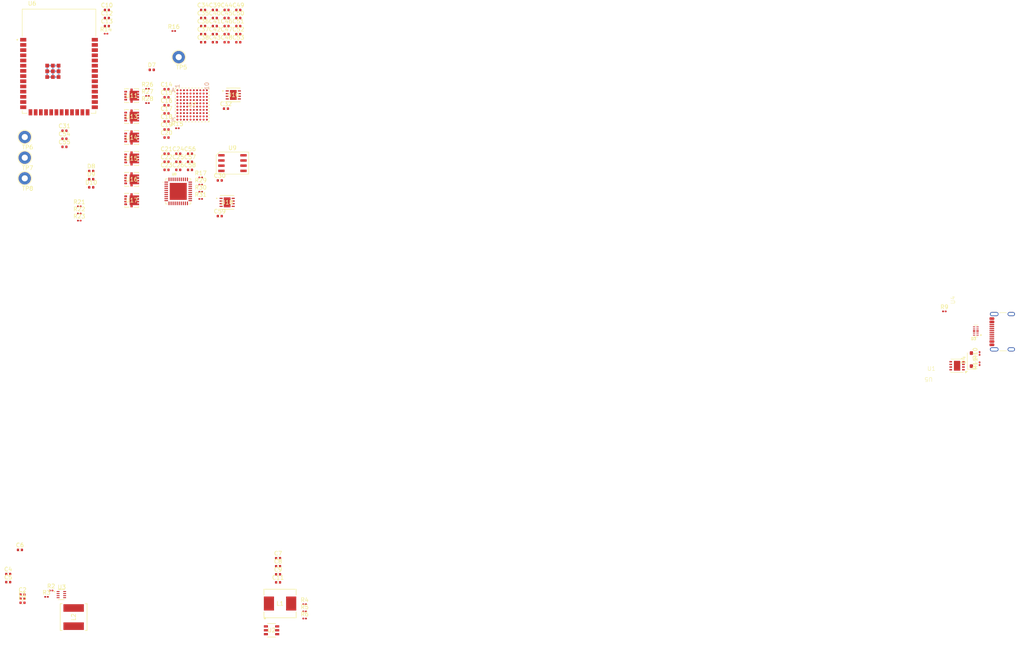
<source format=kicad_pcb>
(kicad_pcb (version 20241229) (generator "pcbnew") (generator_version "9.0")
  (layers (0 "F.Cu" signal) (2 "B.Cu" signal) (13 "F.Paste" user) (15 "B.Paste" user) (5 "F.SilkS" user "F.Silkscreen") (7 "B.SilkS" user "B.Silkscreen") (1 "F.Mask" user) (3 "B.Mask" user) (25 "Edge.Cuts" user))
  (net 0 "")
  (net 1 "VBUS")
  (net 2 "GND")
  (net 3 "Net-(U3-SS)")
  (net 4 "Net-(U3-BST)")
  (net 5 "Net-(U3-SW)")
  (net 6 "+3V3")
  (net 7 "Net-(U3-FB)")
  (net 8 "Net-(U2-SW)")
  (net 9 "Net-(U2-CB)")
  (net 10 "Net-(U6-EN)")
  (net 11 "+12V")
  (net 12 "Net-(U8-CPL)")
  (net 13 "Net-(U8-CPH)")
  (net 14 "Net-(U8-VCP)")
  (net 15 "Net-(U8-DVDD)")
  (net 16 "/motor/Gate Driver/MOTOR_A_CURRENT_SENSE")
  (net 17 "/motor/Gate Driver/MOTOR_B_CURRENT_SENSE")
  (net 18 "/motor/Gate Driver/MOTOR_C_CURRENT_SENSE")
  (net 19 "Net-(U1-CC1)")
  (net 20 "Net-(U1-CC2)")
  (net 23 "/MCU/USB_D-")
  (net 25 "/MCU/USB_D+")
  (net 27 "Net-(D4-A)")
  (net 28 "/USB/RAW_VBUS")
  (net 29 "Net-(D7-A)")
  (net 30 "Net-(D8-A)")
  (net 31 "Net-(D9-A)")
  (net 32 "Net-(D10-A)")
  (net 33 "Net-(U2-FB)")
  (net 34 "/MCU/EN_12V")
  (net 35 "Net-(U1-ADDR{slash}ORIENT)")
  (net 36 "Net-(U1-GATE)")
  (net 37 "/MCU/STM32_EN")
  (net 38 "/motor/Gate Driver/GATE_DRIVER_NFALUT")
  (net 39 "/motor/Gate Driver/H_BRIDGE_SPA")
  (net 40 "/motor/Gate Driver/H_BRIDGE_SPB")
  (net 41 "/motor/Gate Driver/H_BRIDGE_SPC")
  (net 42 "Net-(U8-SOC)")
  (net 43 "Net-(U8-SOB)")
  (net 44 "Net-(U8-SOA)")
  (net 50 "/MCU/PD_FAULT")
  (net 58 "/MCU/PD_INT_N")
  (net 62 "/MCU/PD_SCL")
  (net 63 "/CAN Transceiver1/CAN_TX")
  (net 70 "/MCU/PD_SDA")
  (net 78 "/CAN Transceiver1/CAN_RX")
  (net 82 "/motor/Gate Driver/GATE_DRIVER_NSCS")
  (net 84 "/motor/Gate Driver/GATE_DRIVER_INLA")
  (net 97 "/motor/Gate Driver/GATE_DRIVER_INHB")
  (net 99 "/motor/Gate Driver/GATE_DRIVER_SDI")
  (net 102 "/motor/Encoder/ENCODER_SCL")
  (net 129 "/motor/Gate Driver/GATE_DRIVER_ENABLE")
  (net 131 "/motor/Gate Driver/GATE_DRIVER_SDO")
  (net 133 "/motor/Encoder/ENCODER_SDA")
  (net 142 "/motor/Gate Driver/GATE_DRIVER_INHC")
  (net 143 "/CAN Transceiver/CAN_RX")
  (net 154 "/motor/Gate Driver/GATE_DRIVER_SCLK")
  (net 159 "/CAN Transceiver/CAN_TX")
  (net 160 "/motor/Gate Driver/GATE_DRIVER_INHA")
  (net 162 "/motor/H-Bridge/MOTOR_C")
  (net 163 "/motor/Gate Driver/H_BRIDGE_GLB")
  (net 164 "/motor/Gate Driver/H_BRIDGE_GHB")
  (net 165 "/motor/H-Bridge/MOTOR_A")
  (net 166 "/motor/Gate Driver/H_BRIDGE_GLC")
  (net 167 "/motor/Gate Driver/H_BRIDGE_GLA")
  (net 168 "/motor/H-Bridge/MOTOR_B")
  (net 169 "/motor/Gate Driver/H_BRIDGE_GHC")
  (net 170 "/motor/Gate Driver/H_BRIDGE_GHA")
  (net 174 "/CANH")
  (net 175 "/CANL")
  (footprint "Capacitor_SMD:C_0402_1005Metric" (layer "F.Cu") (at 83.229 72.880401)
    (property "Reference" "C59" (at 0 -1.16 0) (layer "F.SilkS"))
    (property "Value" "100n")
    (pad "1" smd roundrect (at -0.48 0) (size 0.56 0.62) (layers "F.Cu" "F.Mask" "F.Paste") (net 6 "+3V3"))
    (pad "2" smd roundrect (at 0.48 0) (size 0.56 0.62) (layers "F.Cu" "F.Mask" "F.Paste") (net 2 "GND"))
  )
  (footprint "Capacitor_SMD:C_0402_1005Metric" (layer "F.Cu") (at 84.889 24.420401)
    (property "Reference" "C45" (at 0 -1.16 0) (layer "F.SilkS"))
    (property "Value" "4u7")
    (pad "1" smd roundrect (at -0.48 0) (size 0.56 0.62) (layers "F.Cu" "F.Mask" "F.Paste") (net 1 "VBUS"))
    (pad "2" smd roundrect (at 0.48 0) (size 0.56 0.62) (layers "F.Cu" "F.Mask" "F.Paste") (net 2 "GND"))
  )
  (footprint "Resistor_SMD:R_0201_0603Metric" (layer "F.Cu") (at 40.87 166.05)
    (property "Reference" "R3" (at 0 -1.05 0) (layer "F.SilkS"))
    (property "Value" "10k")
    (pad "1" smd roundrect (at -0.32 0) (size 0.46 0.4) (layers "F.Cu" "F.Mask") (net 7 "Net-(U3-FB)"))
    (pad "2" smd roundrect (at 0.32 0) (size 0.46 0.4) (layers "F.Cu" "F.Mask") (net 2 "GND"))
  )
  (footprint "simplified_spincoater_v1:ESP32-S3-WROOM-1" (layer "F.Cu") (at 43.924 34.990401)
    (property "Reference" "U6" (at -6.575 -14.135 0) (layer "F.SilkS"))
    (property "Value" "ESP32-S3-WROOM-1")
    (pad "1" smd rect (at -8.75 -5.26) (size 1.5 0.9) (layers "F.Cu" "F.Mask" "F.Paste") (net 2 "GND"))
    (pad "2" smd rect (at -8.75 -3.99) (size 1.5 0.9) (layers "F.Cu" "F.Mask" "F.Paste") (net 6 "+3V3"))
    (pad "3" smd rect (at -8.75 -2.72) (size 1.5 0.9) (layers "F.Cu" "F.Mask" "F.Paste") (net 10 "Net-(U6-EN)"))
    (pad "4" smd rect (at -8.75 -1.45) (size 1.5 0.9) (layers "F.Cu" "F.Mask" "F.Paste"))
    (pad "5" smd rect (at -8.75 -0.18) (size 1.5 0.9) (layers "F.Cu" "F.Mask" "F.Paste"))
    (pad "6" smd rect (at -8.75 1.09) (size 1.5 0.9) (layers "F.Cu" "F.Mask" "F.Paste"))
    (pad "7" smd rect (at -8.75 2.36) (size 1.5 0.9) (layers "F.Cu" "F.Mask" "F.Paste"))
    (pad "8" smd rect (at -8.75 3.63) (size 1.5 0.9) (layers "F.Cu" "F.Mask" "F.Paste"))
    (pad "9" smd rect (at -8.75 4.9) (size 1.5 0.9) (layers "F.Cu" "F.Mask" "F.Paste"))
    (pad "10" smd rect (at -8.75 6.17) (size 1.5 0.9) (layers "F.Cu" "F.Mask" "F.Paste") (net 23 "/MCU/USB_D-"))
    (pad "11" smd rect (at -8.75 7.44) (size 1.5 0.9) (layers "F.Cu" "F.Mask" "F.Paste") (net 25 "/MCU/USB_D+"))
    (pad "12" smd rect (at -8.75 8.71) (size 1.5 0.9) (layers "F.Cu" "F.Mask" "F.Paste"))
    (pad "13" smd rect (at -8.75 9.98) (size 1.5 0.9) (layers "F.Cu" "F.Mask" "F.Paste") (net 70 "/MCU/PD_SDA"))
    (pad "14" smd rect (at -8.75 11.25) (size 1.5 0.9) (layers "F.Cu" "F.Mask" "F.Paste") (net 62 "/MCU/PD_SCL"))
    (pad "15" smd rect (at -6.985 12.5) (size 0.9 1.5) (layers "F.Cu" "F.Mask" "F.Paste"))
    (pad "16" smd rect (at -5.715 12.5) (size 0.9 1.5) (layers "F.Cu" "F.Mask" "F.Paste") (net 63 "/CAN Transceiver1/CAN_TX"))
    (pad "17" smd rect (at -4.445 12.5) (size 0.9 1.5) (layers "F.Cu" "F.Mask" "F.Paste"))
    (pad "18" smd rect (at -3.175 12.5) (size 0.9 1.5) (layers "F.Cu" "F.Mask" "F.Paste"))
    (pad "19" smd rect (at -1.905 12.5) (size 0.9 1.5) (layers "F.Cu" "F.Mask" "F.Paste"))
    (pad "20" smd rect (at -0.635 12.5) (size 0.9 1.5) (layers "F.Cu" "F.Mask" "F.Paste"))
    (pad "21" smd rect (at 0.635 12.5) (size 0.9 1.5) (layers "F.Cu" "F.Mask" "F.Paste"))
    (pad "22" smd rect (at 1.905 12.5) (size 0.9 1.5) (layers "F.Cu" "F.Mask" "F.Paste"))
    (pad "23" smd rect (at 3.175 12.5) (size 0.9 1.5) (layers "F.Cu" "F.Mask" "F.Paste") (net 58 "/MCU/PD_INT_N"))
    (pad "24" smd rect (at 4.445 12.5) (size 0.9 1.5) (layers "F.Cu" "F.Mask" "F.Paste"))
    (pad "25" smd rect (at 5.715 12.5) (size 0.9 1.5) (layers "F.Cu" "F.Mask" "F.Paste"))
    (pad "26" smd rect (at 6.985 12.5) (size 0.9 1.5) (layers "F.Cu" "F.Mask" "F.Paste") (net 78 "/CAN Transceiver1/CAN_RX"))
    (pad "27" smd rect (at 8.75 11.25) (size 1.5 0.9) (layers "F.Cu" "F.Mask" "F.Paste"))
    (pad "28" smd rect (at 8.75 9.98) (size 1.5 0.9) (layers "F.Cu" "F.Mask" "F.Paste") (net 50 "/MCU/PD_FAULT"))
    (pad "29" smd rect (at 8.75 8.71) (size 1.5 0.9) (layers "F.Cu" "F.Mask" "F.Paste"))
    (pad "30" smd rect (at 8.75 7.44) (size 1.5 0.9) (layers "F.Cu" "F.Mask" "F.Paste"))
    (pad "31" smd rect (at 8.75 6.17) (size 1.5 0.9) (layers "F.Cu" "F.Mask" "F.Paste"))
    (pad "32" smd rect (at 8.75 4.9) (size 1.5 0.9) (layers "F.Cu" "F.Mask" "F.Paste") (net 37 "/MCU/STM32_EN"))
    (pad "33" smd rect (at 8.75 3.63) (size 1.5 0.9) (layers "F.Cu" "F.Mask" "F.Paste") (net 34 "/MCU/EN_12V"))
    (pad "34" smd rect (at 8.75 2.36) (size 1.5 0.9) (layers "F.Cu" "F.Mask" "F.Paste"))
    (pad "35" smd rect (at 8.75 1.09) (size 1.5 0.9) (layers "F.Cu" "F.Mask" "F.Paste"))
    (pad "36" smd rect (at 8.75 -0.18) (size 1.5 0.9) (layers "F.Cu" "F.Mask" "F.Paste"))
    (pad "37" smd rect (at 8.75 -1.45) (size 1.5 0.9) (layers "F.Cu" "F.Mask" "F.Paste"))
    (pad "38" smd rect (at 8.75 -2.72) (size 1.5 0.9) (layers "F.Cu" "F.Mask" "F.Paste"))
    (pad "39" smd rect (at 8.75 -3.99) (size 1.5 0.9) (layers "F.Cu" "F.Mask" "F.Paste"))
    (pad "40" smd rect (at 8.75 -5.26) (size 1.5 0.9) (layers "F.Cu" "F.Mask" "F.Paste") (net 2 "GND"))
    (pad "41_1" smd rect (at -1.5 2.46) (size 0.9 0.9) (layers "F.Cu" "F.Mask" "F.Paste"))
    (pad "41_2" smd rect (at -2.9 2.46) (size 0.9 0.9) (layers "F.Cu" "F.Mask" "F.Paste"))
    (pad "41_3" smd rect (at -0.1 2.46) (size 0.9 0.9) (layers "F.Cu" "F.Mask" "F.Paste"))
    (pad "41_4" smd rect (at -2.9 3.86) (size 0.9 0.9) (layers "F.Cu" "F.Mask" "F.Paste"))
    (pad "41_5" smd rect (at -1.5 3.86) (size 0.9 0.9) (layers "F.Cu" "F.Mask" "F.Paste"))
    (pad "41_6" smd rect (at -0.1 3.86) (size 0.9 0.9) (layers "F.Cu" "F.Mask" "F.Paste"))
    (pad "41_7" smd rect (at -2.9 1.06) (size 0.9 0.9) (layers "F.Cu" "F.Mask" "F.Paste"))
    (pad "41_8" smd rect (at -1.5 1.06) (size 0.9 0.9) (layers "F.Cu" "F.Mask" "F.Paste"))
    (pad "41_9" smd rect (at -0.1 1.06) (size 0.9 0.9) (layers "F.Cu" "F.Mask" "F.Paste"))
    (pad "41_10" thru_hole circle (at -1.5 1.76) (size 0.4 0.4) (drill 0.2) (layers "*.Cu"))
    (pad "41_11" thru_hole circle (at -2.9 1.76) (size 0.4 0.4) (drill 0.2) (layers "*.Cu"))
    (pad "41_12" thru_hole circle (at -0.1 1.76) (size 0.4 0.4) (drill 0.2) (layers "*.Cu"))
    (pad "41_13" thru_hole circle (at -2.9 3.16) (size 0.4 0.4) (drill 0.2) (layers "*.Cu"))
    (pad "41_14" thru_hole circle (at -1.5 3.16) (size 0.4 0.4) (drill 0.2) (layers "*.Cu"))
    (pad "41_15" thru_hole circle (at -0.1 3.16) (size 0.4 0.4) (drill 0.2) (layers "*.Cu"))
    (pad "41_16" thru_hole circle (at -2.2 1.06) (size 0.4 0.4) (drill 0.2) (layers "*.Cu"))
    (pad "41_17" thru_hole circle (at -0.8 1.06) (size 0.4 0.4) (drill 0.2) (layers "*.Cu"))
    (pad "41_18" thru_hole circle (at -2.2 2.46) (size 0.4 0.4) (drill 0.2) (layers "*.Cu"))
    (pad "41_19" thru_hole circle (at -0.8 2.46) (size 0.4 0.4) (drill 0.2) (layers "*.Cu"))
    (pad "41_20" thru_hole circle (at -2.2 3.86) (size 0.4 0.4) (drill 0.2) (layers "*.Cu"))
    (pad "41_21" thru_hole circle (at -0.8 3.86) (size 0.4 0.4) (drill 0.2) (layers "*.Cu"))
  )
  (footprint "Resistor_SMD:R_0201_0603Metric" (layer "F.Cu") (at 103.98 169.61)
    (property "Reference" "R5" (at 0 -1.05 0) (layer "F.SilkS"))
    (property "Value" "22k1")
    (pad "1" smd roundrect (at -0.32 0) (size 0.46 0.4) (layers "F.Cu" "F.Mask") (net 33 "Net-(U2-FB)"))
    (pad "2" smd roundrect (at 0.32 0) (size 0.46 0.4) (layers "F.Cu" "F.Mask") (net 2 "GND"))
  )
  (footprint "Resistor_SMD:R_0201_0603Metric" (layer "F.Cu") (at 65.549 41.730401)
    (property "Reference" "R26" (at 0 -1.05 0) (layer "F.SilkS"))
    (property "Value" "22r")
    (pad "1" smd roundrect (at -0.32 0) (size 0.46 0.4) (layers "F.Cu" "F.Mask") (net 2 "GND"))
    (pad "2" smd roundrect (at 0.32 0) (size 0.46 0.4) (layers "F.Cu" "F.Mask") (net 39 "/motor/Gate Driver/H_BRIDGE_SPA"))
  )
  (footprint "Capacitor_SMD:C_0402_1005Metric" (layer "F.Cu") (at 87.759 28.360401)
    (property "Reference" "C52" (at 0 -1.16 0) (layer "F.SilkS"))
    (property "Value" "4u7")
    (pad "1" smd roundrect (at -0.48 0) (size 0.56 0.62) (layers "F.Cu" "F.Mask" "F.Paste") (net 1 "VBUS"))
    (pad "2" smd roundrect (at 0.48 0) (size 0.56 0.62) (layers "F.Cu" "F.Mask" "F.Paste") (net 2 "GND"))
  )
  (footprint "Capacitor_SMD:C_0402_1005Metric" (layer "F.Cu") (at 82.019 24.420401)
    (property "Reference" "C40" (at 0 -1.16 0) (layer "F.SilkS"))
    (property "Value" "4u7")
    (pad "1" smd roundrect (at -0.48 0) (size 0.56 0.62) (layers "F.Cu" "F.Mask" "F.Paste") (net 1 "VBUS"))
    (pad "2" smd roundrect (at 0.48 0) (size 0.56 0.62) (layers "F.Cu" "F.Mask" "F.Paste") (net 2 "GND"))
  )
  (footprint "simplified_spincoater_v1:AON7409" (layer "F.Cu") (at 263.54 109.34 180)
    (property "Reference" "U5" (at 7 -3.5 180) (layer "F.SilkS") (effects (font (thickness 0.1))))
    (property "Value" "~")
    (pad "1" smd rect (at -1.51 -1.135 180) (size 0.65 0.35) (layers "F.Cu" "F.Mask" "F.Paste") (net 28 "/USB/RAW_VBUS"))
    (pad "2" smd rect (at -1.51 -0.485 180) (size 0.65 0.35) (layers "F.Cu" "F.Mask" "F.Paste") (net 28 "/USB/RAW_VBUS"))
    (pad "3" smd rect (at -1.51 0.165 180) (size 0.65 0.35) (layers "F.Cu" "F.Mask" "F.Paste") (net 28 "/USB/RAW_VBUS"))
    (pad "4" smd rect (at -1.51 0.815 180) (size 0.65 0.35) (layers "F.Cu" "F.Mask" "F.Paste") (net 27 "Net-(D4-A)"))
    (pad "5" smd rect (at 1.59 0.815 180) (size 0.65 0.35) (layers "F.Cu" "F.Mask" "F.Paste") (net 1 "VBUS"))
    (pad "6" smd rect (at 1.59 0.165 180) (size 0.65 0.35) (layers "F.Cu" "F.Mask" "F.Paste") (net 1 "VBUS"))
    (pad "7" smd rect (at 1.59 -0.485 180) (size 0.65 0.35) (layers "F.Cu" "F.Mask" "F.Paste") (net 1 "VBUS"))
    (pad "8" smd rect (at 1.59 -1.135 180) (size 0.65 0.35) (layers "F.Cu" "F.Mask" "F.Paste") (net 1 "VBUS"))
    (pad "9" smd rect (at 0.04 -0.16 180) (size 1.55 2.4) (layers "F.Cu" "F.Mask") (net 1 "VBUS"))
  )
  (footprint "Capacitor_SMD:C_0402_1005Metric" (layer "F.Cu") (at 34.37 154.56)
    (property "Reference" "C6" (at 0 -1.16 0) (layer "F.SilkS"))
    (property "Value" "27p")
    (pad "1" smd roundrect (at -0.48 0) (size 0.56 0.62) (layers "F.Cu" "F.Mask" "F.Paste") (net 6 "+3V3"))
    (pad "2" smd roundrect (at 0.48 0) (size 0.56 0.62) (layers "F.Cu" "F.Mask" "F.Paste") (net 7 "Net-(U3-FB)"))
  )
  (footprint "Capacitor_SMD:C_0402_1005Metric" (layer "F.Cu") (at 70.209 41.840401)
    (property "Reference" "C14" (at 0 -1.16 0) (layer "F.SilkS"))
    (property "Value" "100n")
    (pad "1" smd roundrect (at -0.48 0) (size 0.56 0.62) (layers "F.Cu" "F.Mask" "F.Paste") (net 6 "+3V3"))
    (pad "2" smd roundrect (at 0.48 0) (size 0.56 0.62) (layers "F.Cu" "F.Mask" "F.Paste") (net 2 "GND"))
  )
  (footprint "Capacitor_SMD:C_0402_1005Metric" (layer "F.Cu") (at 97.48 156.59)
    (property "Reference" "C7" (at 0 -1.16 0) (layer "F.SilkS"))
    (property "Value" "2u2")
    (pad "1" smd roundrect (at -0.48 0) (size 0.56 0.62) (layers "F.Cu" "F.Mask" "F.Paste") (net 1 "VBUS"))
    (pad "2" smd roundrect (at 0.48 0) (size 0.56 0.62) (layers "F.Cu" "F.Mask" "F.Paste") (net 2 "GND"))
  )
  (footprint "Capacitor_SMD:C_0402_1005Metric" (layer "F.Cu") (at 45.249 52.000401)
    (property "Reference" "C31" (at 0 -1.16 0) (layer "F.SilkS"))
    (property "Value" "10u")
    (pad "1" smd roundrect (at -0.48 0) (size 0.56 0.62) (layers "F.Cu" "F.Mask" "F.Paste") (net 1 "VBUS"))
    (pad "2" smd roundrect (at 0.48 0) (size 0.56 0.62) (layers "F.Cu" "F.Mask" "F.Paste") (net 2 "GND"))
  )
  (footprint "Capacitor_SMD:C_0402_1005Metric" (layer "F.Cu") (at 75.949 59.600401)
    (property "Reference" "C57" (at 0 -1.16 0) (layer "F.SilkS"))
    (property "Value" "1n")
    (pad "1" smd roundrect (at -0.48 0) (size 0.56 0.62) (layers "F.Cu" "F.Mask" "F.Paste") (net 17 "/motor/Gate Driver/MOTOR_B_CURRENT_SENSE"))
    (pad "2" smd roundrect (at 0.48 0) (size 0.56 0.62) (layers "F.Cu" "F.Mask" "F.Paste") (net 2 "GND"))
  )
  (footprint "Capacitor_SMD:C_0402_1005Metric" (layer "F.Cu") (at 70.209 53.660401)
    (property "Reference" "C20" (at 0 -1.16 0) (layer "F.SilkS"))
    (property "Value" "100n")
    (pad "1" smd roundrect (at -0.48 0) (size 0.56 0.62) (layers "F.Cu" "F.Mask" "F.Paste") (net 6 "+3V3"))
    (pad "2" smd roundrect (at 0.48 0) (size 0.56 0.62) (layers "F.Cu" "F.Mask" "F.Paste") (net 2 "GND"))
  )
  (footprint "TestPoint:TestPoint_Loop_D2.54mm_Drill1.5mm_Beaded" (layer "F.Cu") (at 35.549 58.590401)
    (property "Reference" "TP7" (at 0.7 2.5 0) (layer "F.SilkS"))
    (property "Value" "TestPoint")
    (pad "1" thru_hole circle (at 0 0) (size 3 3) (drill 1.5) (layers "*.Cu" "*.Mask") (net 6 "+3V3"))
  )
  (footprint "Capacitor_SMD:C_0402_1005Metric" (layer "F.Cu") (at 35 167.5)
    (property "Reference" "C3" (at 0 -1.16 0) (layer "F.SilkS"))
    (property "Value" "33n")
    (pad "1" smd roundrect (at -0.48 0) (size 0.56 0.62) (layers "F.Cu" "F.Mask" "F.Paste") (net 3 "Net-(U3-SS)"))
    (pad "2" smd roundrect (at 0.48 0) (size 0.56 0.62) (layers "F.Cu" "F.Mask" "F.Paste") (net 2 "GND"))
  )
  (footprint "TestPoint:TestPoint_Loop_D2.54mm_Drill1.5mm_Beaded" (layer "F.Cu") (at 35.549 53.540401)
    (property "Reference" "TP6" (at 0.7 2.5 0) (layer "F.SilkS"))
    (property "Value" "TestPoint")
    (pad "1" thru_hole circle (at 0 0) (size 3 3) (drill 1.5) (layers "*.Cu" "*.Mask") (net 1 "VBUS"))
  )
  (footprint "Resistor_SMD:R_0201_0603Metric" (layer "F.Cu") (at 48.879 70.490401)
    (property "Reference" "R21" (at 0 -1.05 0) (layer "F.SilkS"))
    (property "Value" "30k9")
    (pad "1" smd roundrect (at -0.32 0) (size 0.46 0.4) (layers "F.Cu" "F.Mask") (net 1 "VBUS"))
    (pad "2" smd roundrect (at 0.32 0) (size 0.46 0.4) (layers "F.Cu" "F.Mask") (net 30 "Net-(D8-A)"))
  )
  (footprint "simplified_spincoater_v1:IHLP2525CZER8R2M01" (layer "F.Cu") (at 97.9676 167.6807)
    (property "Reference" "L1" (at 0 0 0) (layer "F.SilkS"))
    (property "Value" "IHLP2525CZER8R2M01")
    (pad "1" smd rect (at -2.7178 0 90) (size 3.429 2.4892) (layers "F.Cu" "F.Mask" "F.Paste") (net 11 "+12V"))
    (pad "2" smd rect (at 2.7178 0 90) (size 3.429 2.4892) (layers "F.Cu" "F.Mask" "F.Paste") (net 8 "Net-(U2-SW)"))
  )
  (footprint "Resistor_SMD:R_0201_0603Metric" (layer "F.Cu") (at 103.98 167.86)
    (property "Reference" "R4" (at 0 -1.05 0) (layer "F.SilkS"))
    (property "Value" "422k")
    (pad "1" smd roundrect (at -0.32 0) (size 0.46 0.4) (layers "F.Cu" "F.Mask") (net 11 "+12V"))
    (pad "2" smd roundrect (at 0.32 0) (size 0.46 0.4) (layers "F.Cu" "F.Mask") (net 33 "Net-(U2-FB)"))
  )
  (footprint "Capacitor_SMD:C_0402_1005Metric" (layer "F.Cu") (at 82.019 22.450401)
    (property "Reference" "C39" (at 0 -1.16 0) (layer "F.SilkS"))
    (property "Value" "4u7")
    (pad "1" smd roundrect (at -0.48 0) (size 0.56 0.62) (layers "F.Cu" "F.Mask" "F.Paste") (net 1 "VBUS"))
    (pad "2" smd roundrect (at 0.48 0) (size 0.56 0.62) (layers "F.Cu" "F.Mask" "F.Paste") (net 2 "GND"))
  )
  (footprint "Resistor_SMD:R_0201_0603Metric" (layer "F.Cu") (at 269 106.5 90)
    (property "Reference" "R10" (at 0 -1.05 90) (layer "F.SilkS"))
    (property "Value" "10r")
    (pad "1" smd roundrect (at -0.32 0 90) (size 0.46 0.4) (layers "F.Cu" "F.Mask") (net 27 "Net-(D4-A)"))
    (pad "2" smd roundrect (at 0.32 0 90) (size 0.46 0.4) (layers "F.Cu" "F.Mask") (net 36 "Net-(U1-GATE)"))
  )
  (footprint "Capacitor_SMD:C_0402_1005Metric" (layer "F.Cu") (at 87.759 22.450401)
    (property "Reference" "C49" (at 0 -1.16 0) (layer "F.SilkS"))
    (property "Value" "4u7")
    (pad "1" smd roundrect (at -0.48 0) (size 0.56 0.62) (layers "F.Cu" "F.Mask" "F.Paste") (net 1 "VBUS"))
    (pad "2" smd roundrect (at 0.48 0) (size 0.56 0.62) (layers "F.Cu" "F.Mask" "F.Paste") (net 2 "GND"))
  )
  (footprint "simplified_spincoater_v1:TJA1051TK_3" (layer "F.Cu") (at 86.5368 43.235001)
    (property "Reference" "U10" (at 0 0 0) (layer "F.SilkS"))
    (property "Value" "TJA1051TK/3")
    (pad "1" smd rect (at -1.4732 -0.974999) (size 0.762 0.3048) (layers "F.Cu" "F.Mask" "F.Paste") (net 2 "GND"))
    (pad "2" smd rect (at -1.4732 -0.325001) (size 0.762 0.3048) (layers "F.Cu" "F.Mask" "F.Paste") (net 2 "GND"))
    (pad "3" smd rect (at -1.4732 0.325001) (size 0.762 0.3048) (layers "F.Cu" "F.Mask" "F.Paste") (net 6 "+3V3"))
    (pad "4" smd rect (at -1.4732 0.974999) (size 0.762 0.3048) (layers "F.Cu" "F.Mask" "F.Paste"))
    (pad "5" smd rect (at 1.4732 0.974999) (size 0.762 0.3048) (layers "F.Cu" "F.Mask" "F.Paste") (net 6 "+3V3"))
    (pad "6" smd rect (at 1.4732 0.325001) (size 0.762 0.3048) (layers "F.Cu" "F.Mask" "F.Paste") (net 175 "/CANL"))
    (pad "7" smd rect (at 1.4732 -0.325001) (size 0.762 0.3048) (layers "F.Cu" "F.Mask" "F.Paste") (net 174 "/CANH"))
    (pad "8" smd rect (at 1.4732 -0.974999) (size 0.762 0.3048) (layers "F.Cu" "F.Mask" "F.Paste") (net 2 "GND"))
    (pad "9" smd rect (at 0 0) (size 1.651 2.4384) (layers "F.Cu" "F.Mask" "F.Paste") (net 159 "/CAN Transceiver/CAN_TX"))
  )
  (footprint "simplified_spincoater_v1:NTTFS5C454NL" (layer "F.Cu") (at 61.6944 63.896337)
    (property "Reference" "U16" (at 0 0 0) (layer "F.SilkS"))
    (property "Value" "NTTFS5C454NL")
    (fp_poly (pts (xy -0.3195 -1.729904) (xy 0.2505 -1.729904) (xy 0.2505 -1.190904) (xy 1.8002 -1.190899) (xy 1.8002 -0.7591) (xy 1.3302 -0.7591) (xy 1.3302 -0.540901) (xy 1.8002 -0.540901) (xy 1.8002 -0.109101) (xy 1.3302 -0.109101) (xy 1.3302 0.109101) (xy 1.8002 0.109101) (xy 1.8002 0.540901) (xy 1.3302 0.540901) (xy 1.3302 0.759099) (xy 1.8002 0.759099) (xy 1.8002 1.190899) (xy 0.2505 1.190904) (xy 0.2505 1.729904) (xy -0.3195 1.729904) (xy -0.3195 1.190904) (xy -0.4995 1.190904) (xy -0.4995 -1.190904) (xy -0.3195 -1.190904)) (fill yes) (layer "F.Cu"))
    (pad "1" smd rect (at -1.47 -0.974999) (size 0.6604 0.4318) (layers "F.Cu" "F.Mask" "F.Paste") (net 162 "/motor/H-Bridge/MOTOR_C"))
    (pad "2" smd rect (at -1.47 -0.325001) (size 0.6604 0.4318) (layers "F.Cu" "F.Mask" "F.Paste") (net 162 "/motor/H-Bridge/MOTOR_C"))
    (pad "3" smd rect (at -1.47 0.325001) (size 0.6604 0.4318) (layers "F.Cu" "F.Mask" "F.Paste") (net 162 "/motor/H-Bridge/MOTOR_C"))
    (pad "4" smd rect (at -1.47 0.974999) (size 0.6604 0.4318) (layers "F.Cu" "F.Mask" "F.Paste") (net 169 "/motor/Gate Driver/H_BRIDGE_GHC"))
    (pad "5" smd rect (at 1.47 0.974999) (size 0.127 0.127) (layers "F.Cu" "F.Mask" "F.Paste") (net 1 "VBUS"))
    (pad "6" smd rect (at 1.47 0.325001) (size 0.127 0.127) (layers "F.Cu" "F.Mask" "F.Paste") (net 1 "VBUS"))
    (pad "7" smd rect (at 1.47 -0.325001) (size 0.127 0.127) (layers "F.Cu" "F.Mask" "F.Paste") (net 1 "VBUS"))
    (pad "8" smd rect (at 1.47 -0.974999) (size 0.127 0.127) (layers "F.Cu" "F.Mask" "F.Paste") (net 1 "VBUS"))
  )
  (footprint "Capacitor_SMD:C_0402_1005Metric" (layer "F.Cu") (at 79.149 30.330401)
    (property "Reference" "C38" (at 0 -1.16 0) (layer "F.SilkS"))
    (property "Value" "4u7")
    (pad "1" smd roundrect (at -0.48 0) (size 0.56 0.62) (layers "F.Cu" "F.Mask" "F.Paste") (net 1 "VBUS"))
    (pad "2" smd roundrect (at 0.48 0) (size 0.56 0.62) (layers "F.Cu" "F.Mask" "F.Paste") (net 2 "GND"))
  )
  (footprint "Resistor_SMD:R_0201_0603Metric" (layer "F.Cu") (at 78.569 63.430401)
    (property "Reference" "R17" (at 0 -1.05 0) (layer "F.SilkS"))
    (property "Value" "10k")
    (pad "1" smd roundrect (at -0.32 0) (size 0.46 0.4) (layers "F.Cu" "F.Mask") (net 6 "+3V3"))
    (pad "2" smd roundrect (at 0.32 0) (size 0.46 0.4) (layers "F.Cu" "F.Mask") (net 38 "/motor/Gate Driver/GATE_DRIVER_NFALUT"))
  )
  (footprint "Capacitor_SMD:C_0402_1005Metric" (layer "F.Cu") (at 84.889 26.390401)
    (property "Reference" "C46" (at 0 -1.16 0) (layer "F.SilkS"))
    (property "Value" "4u7")
    (pad "1" smd roundrect (at -0.48 0) (size 0.56 0.62) (layers "F.Cu" "F.Mask" "F.Paste") (net 1 "VBUS"))
    (pad "2" smd roundrect (at 0.48 0) (size 0.56 0.62) (layers "F.Cu" "F.Mask" "F.Paste") (net 2 "GND"))
  )
  (footprint "Resistor_SMD:R_0201_0603Metric" (layer "F.Cu") (at 48.879 73.990401)
    (property "Reference" "R23" (at 0 -1.05 0) (layer "F.SilkS"))
    (property "Value" "30k9")
    (pad "1" smd roundrect (at -0.32 0) (size 0.46 0.4) (layers "F.Cu" "F.Mask") (net 11 "+12V"))
    (pad "2" smd roundrect (at 0.32 0) (size 0.46 0.4) (layers "F.Cu" "F.Mask") (net 32 "Net-(D10-A)"))
  )
  (footprint "simplified_spincoater_v1:BZT52C10" (layer "F.Cu") (at 267 109.6 90)
    (property "Reference" "D4" (at 1.473 -1.905 90) (layer "F.SilkS"))
    (property "Value" "BZT52C10")
    (pad "1" smd roundrect (at 0 0 90) (size 0.9 0.8) (layers "F.Cu" "F.Mask" "F.Paste") (roundrect_rratio 0.2272727273) (net 28 "/USB/RAW_VBUS"))
    (pad "2" smd roundrect (at 3.2 0 270) (size 0.9 0.8) (layers "F.Cu" "F.Mask" "F.Paste") (roundrect_rratio 0.2272727273) (net 27 "Net-(D4-A)"))
  )
  (footprint "Capacitor_SMD:C_0402_1005Metric" (layer "F.Cu") (at 70.209 45.780401)
    (property "Reference" "C16" (at 0 -1.16 0) (layer "F.SilkS"))
    (property "Value" "100n")
    (pad "1" smd roundrect (at -0.48 0) (size 0.56 0.62) (layers "F.Cu" "F.Mask" "F.Paste") (net 6 "+3V3"))
    (pad "2" smd roundrect (at 0.48 0) (size 0.56 0.62) (layers "F.Cu" "F.Mask" "F.Paste") (net 2 "GND"))
  )
  (footprint "Resistor_SMD:R_0201_0603Metric" (layer "F.Cu") (at 78.569 65.180401)
    (property "Reference" "R29" (at 0 -1.05 0) (layer "F.SilkS"))
    (property "Value" "22r")
    (pad "1" smd roundrect (at -0.32 0) (size 0.46 0.4) (layers "F.Cu" "F.Mask") (net 42 "Net-(U8-SOC)"))
    (pad "2" smd roundrect (at 0.32 0) (size 0.46 0.4) (layers "F.Cu" "F.Mask") (net 16 "/motor/Gate Driver/MOTOR_A_CURRENT_SENSE"))
  )
  (footprint "TestPoint:TestPoint_Loop_D2.54mm_Drill1.5mm_Beaded" (layer "F.Cu") (at 73.189 33.980401)
    (property "Reference" "TP5" (at 0.7 2.5 0) (layer "F.SilkS"))
    (property "Value" "TestPoint")
    (pad "1" thru_hole circle (at 0 0) (size 3 3) (drill 1.5) (layers "*.Cu" "*.Mask") (net 28 "/USB/RAW_VBUS"))
  )
  (footprint "Capacitor_SMD:C_0402_1005Metric" (layer "F.Cu") (at 82.019 30.330401)
    (property "Reference" "C43" (at 0 -1.16 0) (layer "F.SilkS"))
    (property "Value" "4u7")
    (pad "1" smd roundrect (at -0.48 0) (size 0.56 0.62) (layers "F.Cu" "F.Mask" "F.Paste") (net 1 "VBUS"))
    (pad "2" smd roundrect (at 0.48 0) (size 0.56 0.62) (layers "F.Cu" "F.Mask" "F.Paste") (net 2 "GND"))
  )
  (footprint "Capacitor_SMD:C_0402_1005Metric" (layer "F.Cu") (at 73.079 57.630401)
    (property "Reference" "C24" (at 0 -1.16 0) (layer "F.SilkS"))
    (property "Value" "10u")
    (pad "1" smd roundrect (at -0.48 0) (size 0.56 0.62) (layers "F.Cu" "F.Mask" "F.Paste") (net 1 "VBUS"))
    (pad "2" smd roundrect (at 0.48 0) (size 0.56 0.62) (layers "F.Cu" "F.Mask" "F.Paste") (net 2 "GND"))
  )
  (footprint "Capacitor_SMD:C_0402_1005Metric" (layer "F.Cu") (at 79.149 22.450401)
    (property "Reference" "C34" (at 0 -1.16 0) (layer "F.SilkS"))
    (property "Value" "4u7")
    (pad "1" smd roundrect (at -0.48 0) (size 0.56 0.62) (layers "F.Cu" "F.Mask" "F.Paste") (net 1 "VBUS"))
    (pad "2" smd roundrect (at 0.48 0) (size 0.56 0.62) (layers "F.Cu" "F.Mask" "F.Paste") (net 2 "GND"))
  )
  (footprint "Capacitor_SMD:C_0402_1005Metric" (layer "F.Cu") (at 70.209 59.600401)
    (property "Reference" "C22" (at 0 -1.16 0) (layer "F.SilkS"))
    (property "Value" "1u")
    (pad "1" smd roundrect (at -0.48 0) (size 0.56 0.62) (layers "F.Cu" "F.Mask" "F.Paste") (net 1 "VBUS"))
    (pad "2" smd roundrect (at 0.48 0) (size 0.56 0.62) (layers "F.Cu" "F.Mask" "F.Paste") (net 14 "Net-(U8-VCP)"))
  )
  (footprint "simplified_spincoater_v1:TJA1051TK_3" (layer "F.Cu") (at 85.0268 69.525001)
    (property "Reference" "U18" (at 0 0 0) (layer "F.SilkS"))
    (property "Value" "TJA1051TK/3")
    (pad "1" smd rect (at -1.4732 -0.974999) (size 0.762 0.3048) (layers "F.Cu" "F.Mask" "F.Paste") (net 2 "GND"))
    (pad "2" smd rect (at -1.4732 -0.325001) (size 0.762 0.3048) (layers "F.Cu" "F.Mask" "F.Paste") (net 2 "GND"))
    (pad "3" smd rect (at -1.4732 0.325001) (size 0.762 0.3048) (layers "F.Cu" "F.Mask" "F.Paste") (net 6 "+3V3"))
    (pad "4" smd rect (at -1.4732 0.974999) (size 0.762 0.3048) (layers "F.Cu" "F.Mask" "F.Paste"))
    (pad "5" smd rect (at 1.4732 0.974999) (size 0.762 0.3048) (layers "F.Cu" "F.Mask" "F.Paste") (net 6 "+3V3"))
    (pad "6" smd rect (at 1.4732 0.325001) (size 0.762 0.3048) (layers "F.Cu" "F.Mask" "F.Paste") (net 175 "/CANL"))
    (pad "7" smd rect (at 1.4732 -0.325001) (size 0.762 0.3048) (layers "F.Cu" "F.Mask" "F.Paste") (net 174 "/CANH"))
    (pad "8" smd rect (at 1.4732 -0.974999) (size 0.762 0.3048) (layers "F.Cu" "F.Mask" "F.Paste") (net 2 "GND"))
    (pad "9" smd rect (at 0 0) (size 1.651 2.4384) (layers "F.Cu" "F.Mask" "F.Paste") (net 63 "/CAN Transceiver1/CAN_TX"))
  )
  (footprint "Capacitor_SMD:C_0402_1005Metric" (layer "F.Cu") (at 84.739 46.590401)
    (property "Reference" "C32" (at 0 -1.16 0) (layer "F.SilkS"))
    (property "Value" "100n")
    (pad "1" smd roundrect (at -0.48 0) (size 0.56 0.62) (layers "F.Cu" "F.Mask" "F.Paste") (net 6 "+3V3"))
    (pad "2" smd roundrect (at 0.48 0) (size 0.56 0.62) (layers "F.Cu" "F.Mask" "F.Paste") (net 2 "GND"))
  )
  (footprint "simplified_spincoater_v1:NTTFS5C454NL" (layer "F.Cu") (at 61.6944 69.016545)
    (property "Reference" "U17" (at 0 0 0) (layer "F.SilkS"))
    (property "Value" "NTTFS5C454NL")
    (fp_poly (pts (xy -0.3195 -1.729904) (xy 0.2505 -1.729904) (xy 0.2505 -1.190904) (xy 1.8002 -1.190899) (xy 1.8002 -0.7591) (xy 1.3302 -0.7591) (xy 1.3302 -0.540901) (xy 1.8002 -0.540901) (xy 1.8002 -0.109101) (xy 1.3302 -0.109101) (xy 1.3302 0.109101) (xy 1.8002 0.109101) (xy 1.8002 0.540901) (xy 1.3302 0.540901) (xy 1.3302 0.759099) (xy 1.8002 0.759099) (xy 1.8002 1.190899) (xy 0.2505 1.190904) (xy 0.2505 1.729904) (xy -0.3195 1.729904) (xy -0.3195 1.190904) (xy -0.4995 1.190904) (xy -0.4995 -1.190904) (xy -0.3195 -1.190904)) (fill yes) (layer "F.Cu"))
    (pad "1" smd rect (at -1.47 -0.974999) (size 0.6604 0.4318) (layers "F.Cu" "F.Mask" "F.Paste") (net 41 "/motor/Gate Driver/H_BRIDGE_SPC"))
    (pad "2" smd rect (at -1.47 -0.325001) (size 0.6604 0.4318) (layers "F.Cu" "F.Mask" "F.Paste") (net 41 "/motor/Gate Driver/H_BRIDGE_SPC"))
    (pad "3" smd rect (at -1.47 0.325001) (size 0.6604 0.4318) (layers "F.Cu" "F.Mask" "F.Paste") (net 41 "/motor/Gate Driver/H_BRIDGE_SPC"))
    (pad "4" smd rect (at -1.47 0.974999) (size 0.6604 0.4318) (layers "F.Cu" "F.Mask" "F.Paste") (net 166 "/motor/Gate Driver/H_BRIDGE_GLC"))
    (pad "5" smd rect (at 1.47 0.974999) (size 0.127 0.127) (layers "F.Cu" "F.Mask" "F.Paste") (net 162 "/motor/H-Bridge/MOTOR_C"))
    (pad "6" smd rect (at 1.47 0.325001) (size 0.127 0.127) (layers "F.Cu" "F.Mask" "F.Paste") (net 162 "/motor/H-Bridge/MOTOR_C"))
    (pad "7" smd rect (at 1.47 -0.325001) (size 0.127 0.127) (layers "F.Cu" "F.Mask" "F.Paste") (net 162 "/motor/H-Bridge/MOTOR_C"))
    (pad "8" smd rect (at 1.47 -0.974999) (size 0.127 0.127) (layers "F.Cu" "F.Mask" "F.Paste") (net 162 "/motor/H-Bridge/MOTOR_C"))
  )
  (footprint "Resistor_SMD:R_0201_0603Metric" (layer "F.Cu") (at 71.979 27.590401)
    (property "Reference" "R16" (at 0 -1.05 0) (layer "F.SilkS"))
    (property "Value" "30k9")
    (pad "1" smd roundrect (at -0.32 0) (size 0.46 0.4) (layers "F.Cu" "F.Mask") (net 28 "/USB/RAW_VBUS"))
    (pad "2" smd roundrect (at 0.32 0) (size 0.46 0.4) (layers "F.Cu" "F.Mask") (net 29 "Net-(D7-A)"))
  )
  (footprint "simplified_spincoater_v1:NTTFS5C454NL" (layer "F.Cu") (at 61.6944 53.655921)
    (property "Reference" "U14" (at 0 0 0) (layer "F.SilkS"))
    (property "Value" "NTTFS5C454NL")
    (fp_poly (pts (xy -0.3195 -1.729904) (xy 0.2505 -1.729904) (xy 0.2505 -1.190904) (xy 1.8002 -1.190899) (xy 1.8002 -0.7591) (xy 1.3302 -0.7591) (xy 1.3302 -0.540901) (xy 1.8002 -0.540901) (xy 1.8002 -0.109101) (xy 1.3302 -0.109101) (xy 1.3302 0.109101) (xy 1.8002 0.109101) (xy 1.8002 0.540901) (xy 1.3302 0.540901) (xy 1.3302 0.759099) (xy 1.8002 0.759099) (xy 1.8002 1.190899) (xy 0.2505 1.190904) (xy 0.2505 1.729904) (xy -0.3195 1.729904) (xy -0.3195 1.190904) (xy -0.4995 1.190904) (xy -0.4995 -1.190904) (xy -0.3195 -1.190904)) (fill yes) (layer "F.Cu"))
    (pad "1" smd rect (at -1.47 -0.974999) (size 0.6604 0.4318) (layers "F.Cu" "F.Mask" "F.Paste") (net 168 "/motor/H-Bridge/MOTOR_B"))
    (pad "2" smd rect (at -1.47 -0.325001) (size 0.6604 0.4318) (layers "F.Cu" "F.Mask" "F.Paste") (net 168 "/motor/H-Bridge/MOTOR_B"))
    (pad "3" smd rect (at -1.47 0.325001) (size 0.6604 0.4318) (layers "F.Cu" "F.Mask" "F.Paste") (net 168 "/motor/H-Bridge/MOTOR_B"))
    (pad "4" smd rect (at -1.47 0.974999) (size 0.6604 0.4318) (layers "F.Cu" "F.Mask" "F.Paste") (net 164 "/motor/Gate Driver/H_BRIDGE_GHB"))
    (pad "5" smd rect (at 1.47 0.974999) (size 0.127 0.127) (layers "F.Cu" "F.Mask" "F.Paste") (net 1 "VBUS"))
    (pad "6" smd rect (at 1.47 0.325001) (size 0.127 0.127) (layers "F.Cu" "F.Mask" "F.Paste") (net 1 "VBUS"))
    (pad "7" smd rect (at 1.47 -0.325001) (size 0.127 0.127) (layers "F.Cu" "F.Mask" "F.Paste") (net 1 "VBUS"))
    (pad "8" smd rect (at 1.47 -0.974999) (size 0.127 0.127) (layers "F.Cu" "F.Mask" "F.Paste") (net 1 "VBUS"))
  )
  (footprint "simplified_spincoater_v1:NTTFS5C454NL" (layer "F.Cu") (at 61.6944 58.776129)
    (property "Reference" "U15" (at 0 0 0) (layer "F.SilkS"))
    (property "Value" "NTTFS5C454NL")
    (fp_poly (pts (xy -0.3195 -1.729904) (xy 0.2505 -1.729904) (xy 0.2505 -1.190904) (xy 1.8002 -1.190899) (xy 1.8002 -0.7591) (xy 1.3302 -0.7591) (xy 1.3302 -0.540901) (xy 1.8002 -0.540901) (xy 1.8002 -0.109101) (xy 1.3302 -0.109101) (xy 1.3302 0.109101) (xy 1.8002 0.109101) (xy 1.8002 0.540901) (xy 1.3302 0.540901) (xy 1.3302 0.759099) (xy 1.8002 0.759099) (xy 1.8002 1.190899) (xy 0.2505 1.190904) (xy 0.2505 1.729904) (xy -0.3195 1.729904) (xy -0.3195 1.190904) (xy -0.4995 1.190904) (xy -0.4995 -1.190904) (xy -0.3195 -1.190904)) (fill yes) (layer "F.Cu"))
    (pad "1" smd rect (at -1.47 -0.974999) (size 0.6604 0.4318) (layers "F.Cu" "F.Mask" "F.Paste") (net 40 "/motor/Gate Driver/H_BRIDGE_SPB"))
    (pad "2" smd rect (at -1.47 -0.325001) (size 0.6604 0.4318) (layers "F.Cu" "F.Mask" "F.Paste") (net 40 "/motor/Gate Driver/H_BRIDGE_SPB"))
    (pad "3" smd rect (at -1.47 0.325001) (size 0.6604 0.4318) (layers "F.Cu" "F.Mask" "F.Paste") (net 40 "/motor/Gate Driver/H_BRIDGE_SPB"))
    (pad "4" smd rect (at -1.47 0.974999) (size 0.6604 0.4318) (layers "F.Cu" "F.Mask" "F.Paste") (net 163 "/motor/Gate Driver/H_BRIDGE_GLB"))
    (pad "5" smd rect (at 1.47 0.974999) (size 0.127 0.127) (layers "F.Cu" "F.Mask" "F.Paste") (net 168 "/motor/H-Bridge/MOTOR_B"))
    (pad "6" smd rect (at 1.47 0.325001) (size 0.127 0.127) (layers "F.Cu" "F.Mask" "F.Paste") (net 168 "/motor/H-Bridge/MOTOR_B"))
    (pad "7" smd rect (at 1.47 -0.325001) (size 0.127 0.127) (layers "F.Cu" "F.Mask" "F.Paste") (net 168 "/motor/H-Bridge/MOTOR_B"))
    (pad "8" smd rect (at 1.47 -0.974999) (size 0.127 0.127) (layers "F.Cu" "F.Mask" "F.Paste") (net 168 "/motor/H-Bridge/MOTOR_B"))
  )
  (footprint "Capacitor_SMD:C_0402_1005Metric" (layer "F.Cu") (at 87.759 26.390401)
    (property "Reference" "C51" (at 0 -1.16 0) (layer "F.SilkS"))
    (property "Value" "4u7")
    (pad "1" smd roundrect (at -0.48 0) (size 0.56 0.62) (layers "F.Cu" "F.Mask" "F.Paste") (net 1 "VBUS"))
    (pad "2" smd roundrect (at 0.48 0) (size 0.56 0.62) (layers "F.Cu" "F.Mask" "F.Paste") (net 2 "GND"))
  )
  (footprint "Resistor_SMD:R_0201_0603Metric" (layer "F.Cu") (at 48.879 72.240401)
    (property "Reference" "R22" (at 0 -1.05 0) (layer "F.SilkS"))
    (property "Value" "30k9")
    (pad "1" smd roundrect (at -0.32 0) (size 0.46 0.4) (layers "F.Cu" "F.Mask") (net 6 "+3V3"))
    (pad "2" smd roundrect (at 0.32 0) (size 0.46 0.4) (layers "F.Cu" "F.Mask") (net 31 "Net-(D9-A)"))
  )
  (footprint "Diode_SMD:D_0402_1005Metric" (layer "F.Cu") (at 51.794 63.850401)
    (property "Reference" "D9" (at 0 -1.17 0) (layer "F.SilkS"))
    (property "Value" "LED")
    (pad "1" smd roundrect (at -0.485 0) (size 0.59 0.64) (layers "F.Cu" "F.Mask" "F.Paste") (net 2 "GND"))
    (pad "2" smd roundrect (at 0.485 0) (size 0.59 0.64) (layers "F.Cu" "F.Mask" "F.Paste") (net 31 "Net-(D9-A)"))
  )
  (footprint "Capacitor_SMD:C_0402_1005Metric" (layer "F.Cu") (at 87.759 30.330401)
    (property "Reference" "C53" (at 0 -1.16 0) (layer "F.SilkS"))
    (property "Value" "4u7")
    (pad "1" smd roundrect (at -0.48 0) (size 0.56 0.62) (layers "F.Cu" "F.Mask" "F.Paste") (net 1 "VBUS"))
    (pad "2" smd roundrect (at 0.48 0) (size 0.56 0.62) (layers "F.Cu" "F.Mask" "F.Paste") (net 2 "GND"))
  )
  (footprint "Capacitor_SMD:C_0402_1005Metric" (layer "F.Cu") (at 79.149 28.360401)
    (property "Reference" "C37" (at 0 -1.16 0) (layer "F.SilkS"))
    (property "Value" "4u7")
    (pad "1" smd roundrect (at -0.48 0) (size 0.56 0.62) (layers "F.Cu" "F.Mask" "F.Paste") (net 1 "VBUS"))
    (pad "2" smd roundrect (at 0.48 0) (size 0.56 0.62) (layers "F.Cu" "F.Mask" "F.Paste") (net 2 "GND"))
  )
  (footprint "Capacitor_SMD:C_0402_1005Metric" (layer "F.Cu") (at 97.48 160.53)
    (property "Reference" "C9" (at 0 -1.16 0) (layer "F.SilkS"))
    (property "Value" "100n")
    (pad "1" smd roundrect (at -0.48 0) (size 0.56 0.62) (layers "F.Cu" "F.Mask" "F.Paste") (net 8 "Net-(U2-SW)"))
    (pad "2" smd roundrect (at 0.48 0) (size 0.56 0.62) (layers "F.Cu" "F.Mask" "F.Paste") (net 9 "Net-(U2-CB)"))
  )
  (footprint "Capacitor_SMD:C_0402_1005Metric" (layer "F.Cu") (at 97.48 158.56)
    (property "Reference" "C8" (at 0 -1.16 0) (layer "F.SilkS"))
    (property "Value" "100n")
    (pad "1" smd roundrect (at -0.48 0) (size 0.56 0.62) (layers "F.Cu" "F.Mask" "F.Paste") (net 1 "VBUS"))
    (pad "2" smd roundrect (at 0.48 0) (size 0.56 0.62) (layers "F.Cu" "F.Mask" "F.Paste") (net 2 "GND"))
  )
  (footprint "Capacitor_SMD:C_0402_1005Metric" (layer "F.Cu") (at 70.209 61.570401)
    (property "Reference" "C23" (at 0 -1.16 0) (layer "F.SilkS"))
    (property "Value" "100n")
    (pad "1" smd roundrect (at -0.48 0) (size 0.56 0.62) (layers "F.Cu" "F.Mask" "F.Paste") (net 1 "VBUS"))
    (pad "2" smd roundrect (at 0.48 0) (size 0.56 0.62) (layers "F.Cu" "F.Mask" "F.Paste") (net 2 "GND"))
  )
  (footprint "Capacitor_SMD:C_0402_1005Metric" (layer "F.Cu") (at 84.889 28.360401)
    (property "Reference" "C47" (at 0 -1.16 0) (layer "F.SilkS"))
    (property "Value" "4u7")
    (pad "1" smd roundrect (at -0.48 0) (size 0.56 0.62) (layers "F.Cu" "F.Mask" "F.Paste") (net 1 "VBUS"))
    (pad "2" smd roundrect (at 0.48 0) (size 0.56 0.62) (layers "F.Cu" "F.Mask" "F.Paste") (net 2 "GND"))
  )
  (footprint "Capacitor_SMD:C_0402_1005Metric" (layer "F.Cu") (at 79.149 26.390401)
    (property "Reference" "C36" (at 0 -1.16 0) (layer "F.SilkS"))
    (property "Value" "4u7")
    (pad "1" smd roundrect (at -0.48 0) (size 0.56 0.62) (layers "F.Cu" "F.Mask" "F.Paste") (net 1 "VBUS"))
    (pad "2" smd roundrect (at 0.48 0) (size 0.56 0.62) (layers "F.Cu" "F.Mask" "F.Paste") (net 2 "GND"))
  )
  (footprint "Capacitor_SMD:C_0402_1005Metric" (layer "F.Cu") (at 82.019 26.390401)
    (property "Reference" "C41" (at 0 -1.16 0) (layer "F.SilkS"))
    (property "Value" "4u7")
    (pad "1" smd roundrect (at -0.48 0) (size 0.56 0.62) (layers "F.Cu" "F.Mask" "F.Paste") (net 1 "VBUS"))
    (pad "2" smd roundrect (at 0.48 0) (size 0.56 0.62) (layers "F.Cu" "F.Mask" "F.Paste") (net 2 "GND"))
  )
  (footprint "simplified_spincoater_v1:STM32G474VEH6" (layer "F.Cu") (at 76.4747 45.686101)
    (property "Reference" "U7" (at 0 0 0) (layer "F.SilkS"))
    (property "Value" "STM32G474VEH6")
    (fp_text user "1" (at -3.6 -4.6355 90) (layer "F.SilkS"))
    (fp_text user "K" (at -4.6355 3.599999 0) (layer "F.SilkS"))
    (fp_text user "10" (at 3.599999 -4.6355 90) (layer "F.SilkS"))
    (fp_text user "A" (at -4.6355 -3.6 0) (layer "F.SilkS"))
    (fp_text user "K" (at -4.6355 3.599999 0) (layer "B.SilkS"))
    (fp_text user "1" (at -3.6 -4.6355 90) (layer "B.SilkS"))
    (fp_text user "10" (at 3.599999 -4.6355 90) (layer "B.SilkS"))
    (fp_text user "A" (at -4.6355 -3.6 0) (layer "B.SilkS"))
    (pad "A1" smd circle (at -3.6 -3.6) (size 0.4826 0.4826) (layers "F.Cu" "F.Mask" "F.Paste"))
    (pad "A2" smd circle (at -2.8 -3.6) (size 0.4826 0.4826) (layers "F.Cu" "F.Mask" "F.Paste"))
    (pad "A3" smd circle (at -2 -3.6) (size 0.4826 0.4826) (layers "F.Cu" "F.Mask" "F.Paste"))
    (pad "A4" smd circle (at -1.2 -3.6) (size 0.4826 0.4826) (layers "F.Cu" "F.Mask" "F.Paste") (net 159 "/CAN Transceiver/CAN_TX"))
    (pad "A5" smd circle (at -0.4 -3.6) (size 0.4826 0.4826) (layers "F.Cu" "F.Mask" "F.Paste"))
    (pad "A6" smd circle (at 0.4 -3.6) (size 0.4826 0.4826) (layers "F.Cu" "F.Mask" "F.Paste"))
    (pad "A7" smd circle (at 1.2 -3.6) (size 0.4826 0.4826) (layers "F.Cu" "F.Mask" "F.Paste"))
    (pad "A8" smd circle (at 2 -3.6) (size 0.4826 0.4826) (layers "F.Cu" "F.Mask" "F.Paste"))
    (pad "A9" smd circle (at 2.8 -3.6) (size 0.4826 0.4826) (layers "F.Cu" "F.Mask" "F.Paste"))
    (pad "A10" smd circle (at 3.599999 -3.6) (size 0.4826 0.4826) (layers "F.Cu" "F.Mask" "F.Paste") (net 131 "/motor/Gate Driver/GATE_DRIVER_SDO"))
    (pad "B1" smd circle (at -3.6 -2.8) (size 0.4826 0.4826) (layers "F.Cu" "F.Mask" "F.Paste"))
    (pad "B2" smd circle (at -2.8 -2.8) (size 0.4826 0.4826) (layers "F.Cu" "F.Mask" "F.Paste"))
    (pad "B3" smd circle (at -2 -2.8) (size 0.4826 0.4826) (layers "F.Cu" "F.Mask" "F.Paste"))
    (pad "B4" smd circle (at -1.2 -2.8) (size 0.4826 0.4826) (layers "F.Cu" "F.Mask" "F.Paste"))
    (pad "B5" smd circle (at -0.4 -2.8) (size 0.4826 0.4826) (layers "F.Cu" "F.Mask" "F.Paste") (net 143 "/CAN Transceiver/CAN_RX"))
    (pad "B6" smd circle (at 0.4 -2.8) (size 0.4826 0.4826) (layers "F.Cu" "F.Mask" "F.Paste"))
    (pad "B7" smd circle (at 1.2 -2.8) (size 0.4826 0.4826) (layers "F.Cu" "F.Mask" "F.Paste"))
    (pad "B8" smd circle (at 2 -2.8) (size 0.4826 0.4826) (layers "F.Cu" "F.Mask" "F.Paste"))
    (pad "B9" smd circle (at 2.8 -2.8) (size 0.4826 0.4826) (layers "F.Cu" "F.Mask" "F.Paste"))
    (pad "B10" smd circle (at 3.599999 -2.8) (size 0.4826 0.4826) (layers "F.Cu" "F.Mask" "F.Paste"))
    (pad "C1" smd circle (at -3.6 -2) (size 0.4826 0.4826) (layers "F.Cu" "F.Mask" "F.Paste") (net 129 "/motor/Gate Driver/GATE_DRIVER_ENABLE"))
    (pad "C2" smd circle (at -2.8 -2) (size 0.4826 0.4826) (layers "F.Cu" "F.Mask" "F.Paste"))
    (pad "C3" smd circle (at -2 -2) (size 0.4826 0.4826) (layers "F.Cu" "F.Mask" "F.Paste"))
    (pad "C4" smd circle (at -1.2 -2) (size 0.4826 0.4826) (layers "F.Cu" "F.Mask" "F.Paste"))
    (pad "C5" smd circle (at -0.4 -2) (size 0.4826 0.4826) (layers "F.Cu" "F.Mask" "F.Paste"))
    (pad "C6" smd circle (at 0.4 -2) (size 0.4826 0.4826) (layers "F.Cu" "F.Mask" "F.Paste"))
    (pad "C7" smd circle (at 1.2 -2) (size 0.4826 0.4826) (layers "F.Cu" "F.Mask" "F.Paste") (net 154 "/motor/Gate Driver/GATE_DRIVER_SCLK"))
    (pad "C8" smd circle (at 2 -2) (size 0.4826 0.4826) (layers "F.Cu" "F.Mask" "F.Paste"))
    (pad "C9" smd circle (at 2.8 -2) (size 0.4826 0.4826) (layers "F.Cu" "F.Mask" "F.Paste"))
    (pad "C10" smd circle (at 3.599999 -2) (size 0.4826 0.4826) (layers "F.Cu" "F.Mask" "F.Paste") (net 102 "/motor/Encoder/ENCODER_SCL"))
    (pad "D1" smd circle (at -3.6 -1.2) (size 0.4826 0.4826) (layers "F.Cu" "F.Mask" "F.Paste") (net 84 "/motor/Gate Driver/GATE_DRIVER_INLA"))
    (pad "D2" smd circle (at -2.8 -1.2) (size 0.4826 0.4826) (layers "F.Cu" "F.Mask" "F.Paste") (net 2 "GND"))
    (pad "D3" smd circle (at -2 -1.2) (size 0.4826 0.4826) (layers "F.Cu" "F.Mask" "F.Paste") (net 6 "+3V3"))
    (pad "D4" smd circle (at -1.2 -1.2) (size 0.4826 0.4826) (layers "F.Cu" "F.Mask" "F.Paste") (net 99 "/motor/Gate Driver/GATE_DRIVER_SDI"))
    (pad "D5" smd circle (at -0.4 -1.2) (size 0.4826 0.4826) (layers "F.Cu" "F.Mask" "F.Paste") (net 6 "+3V3"))
    (pad "D6" smd circle (at 0.4 -1.2) (size 0.4826 0.4826) (layers "F.Cu" "F.Mask" "F.Paste") (net 2 "GND"))
    (pad "D7" smd circle (at 1.2 -1.2) (size 0.4826 0.4826) (layers "F.Cu" "F.Mask" "F.Paste") (net 6 "+3V3"))
    (pad "D8" smd circle (at 2 -1.2) (size 0.4826 0.4826) (layers "F.Cu" "F.Mask" "F.Paste"))
    (pad "D9" smd circle (at 2.8 -1.2) (size 0.4826 0.4826) (layers "F.Cu" "F.Mask" "F.Paste") (net 133 "/motor/Encoder/ENCODER_SDA"))
    (pad "D10" smd circle (at 3.599999 -1.2) (size 0.4826 0.4826) (layers "F.Cu" "F.Mask" "F.Paste"))
    (pad "E1" smd circle (at -3.6 -0.4) (size 0.4826 0.4826) (layers "F.Cu" "F.Mask" "F.Paste"))
    (pad "E2" smd circle (at -2.8 -0.4) (size 0.4826 0.4826) (layers "F.Cu" "F.Mask" "F.Paste"))
    (pad "E3" smd circle (at -2 -0.4) (size 0.4826 0.4826) (layers "F.Cu" "F.Mask" "F.Paste"))
    (pad "E4" smd circle (at -1.2 -0.4) (size 0.4826 0.4826) (layers "F.Cu" "F.Mask" "F.Paste"))
    (pad "E5" smd circle (at -0.4 -0.4) (size 0.4826 0.4826) (layers "F.Cu" "F.Mask" "F.Paste") (net 2 "GND"))
    (pad "E6" smd circle (at 0.4 -0.4) (size 0.4826 0.4826) (layers "F.Cu" "F.Mask" "F.Paste") (net 2 "GND"))
    (pad "E7" smd circle (at 1.2 -0.4) (size 0.4826 0.4826) (layers "F.Cu" "F.Mask" "F.Paste") (net 2 "GND"))
    (pad "E8" smd circle (at 2 -0.4) (size 0.4826 0.4826) (layers "F.Cu" "F.Mask" "F.Paste"))
    (pad "E9" smd circle (at 2.8 -0.4) (size 0.4826 0.4826) (layers "F.Cu" "F.Mask" "F.Paste"))
    (pad "E10" smd circle (at 3.599999 -0.4) (size 0.4826 0.4826) (layers "F.Cu" "F.Mask" "F.Paste"))
    (pad "F1" smd circle (at -3.6 0.4) (size 0.4826 0.4826) (layers "F.Cu" "F.Mask" "F.Paste"))
    (pad "F2" smd circle (at -2.8 0.4) (size 0.4826 0.4826) (layers "F.Cu" "F.Mask" "F.Paste"))
    (pad "F3" smd circle (at -2 0.4) (size 0.4826 0.4826) (layers "F.Cu" "F.Mask" "F.Paste") (net 37 "/MCU/STM32_EN"))
    (pad "F4" smd circle (at -1.2 0.4) (size 0.4826 0.4826) (layers "F.Cu" "F.Mask" "F.Paste"))
    (pad "F5" smd circle (at -0.4 0.4) (size 0.4826 0.4826) (layers "F.Cu" "F.Mask" "F.Paste") (net 6 "+3V3"))
    (pad "F6" smd circle (at 0.4 0.4) (size 0.4826 0.4826) (layers "F.Cu" "F.Mask" "F.Paste") (net 2 "GND"))
    (pad "F7" smd circle (at 1.2 0.4) (size 0.4826 0.4826) (layers "F.Cu" "F.Mask" "F.Paste") (net 6 "+3V3"))
    (pad "F8" smd circle (at 2 0.4) (size 0.4826 0.4826) (layers "F.Cu" "F.Mask" "F.Paste"))
    (pad "F9" smd circle (at 2.8 0.4) (size 0.4826 0.4826) (layers "F.Cu" "F.Mask" "F.Paste"))
    (pad "F10" smd circle (at 3.599999 0.4) (size 0.4826 0.4826) (layers "F.Cu" "F.Mask" "F.Paste"))
    (pad "G1" smd circle (at -3.6 1.2) (size 0.4826 0.4826) (layers "F.Cu" "F.Mask" "F.Paste"))
    (pad "G2" smd circle (at -2.8 1.2) (size 0.4826 0.4826) (layers "F.Cu" "F.Mask" "F.Paste") (net 97 "/motor/Gate Driver/GATE_DRIVER_INHB"))
    (pad "G3" smd circle (at -2 1.2) (size 0.4826 0.4826) (layers "F.Cu" "F.Mask" "F.Paste"))
    (pad "G4" smd circle (at -1.2 1.2) (size 0.4826 0.4826) (layers "F.Cu" "F.Mask" "F.Paste") (net 160 "/motor/Gate Driver/GATE_DRIVER_INHA"))
    (pad "G5" smd circle (at -0.4 1.2) (size 0.4826 0.4826) (layers "F.Cu" "F.Mask" "F.Paste"))
    (pad "G6" smd circle (at 0.4 1.2) (size 0.4826 0.4826) (layers "F.Cu" "F.Mask" "F.Paste"))
    (pad "G7" smd circle (at 1.2 1.2) (size 0.4826 0.4826) (layers "F.Cu" "F.Mask" "F.Paste"))
    (pad "G8" smd circle (at 2 1.2) (size 0.4826 0.4826) (layers "F.Cu" "F.Mask" "F.Paste"))
    (pad "G9" smd circle (at 2.8 1.2) (size 0.4826 0.4826) (layers "F.Cu" "F.Mask" "F.Paste"))
    (pad "G10" smd circle (at 3.599999 1.2) (size 0.4826 0.4826) (layers "F.Cu" "F.Mask" "F.Paste"))
    (pad "H1" smd circle (at -3.6 2) (size 0.4826 0.4826) (layers "F.Cu" "F.Mask" "F.Paste") (net 142 "/motor/Gate Driver/GATE_DRIVER_INHC"))
    (pad "H2" smd circle (at -2.8 2) (size 0.4826 0.4826) (layers "F.Cu" "F.Mask" "F.Paste"))
    (pad "H3" smd circle (at -2 2) (size 0.4826 0.4826) (layers "F.Cu" "F.Mask" "F.Paste") (net 16 "/motor/Gate Driver/MOTOR_A_CURRENT_SENSE"))
    (pad "H4" smd circle (at -1.2 2) (size 0.4826 0.4826) (layers "F.Cu" "F.Mask" "F.Paste") (net 82 "/motor/Gate Driver/GATE_DRIVER_NSCS"))
    (pad "H5" smd circle (at -0.4 2) (size 0.4826 0.4826) (layers "F.Cu" "F.Mask" "F.Paste"))
    (pad "H6" smd circle (at 0.4 2) (size 0.4826 0.4826) (layers "F.Cu" "F.Mask" "F.Paste"))
    (pad "H7" smd circle (at 1.2 2) (size 0.4826 0.4826) (layers "F.Cu" "F.Mask" "F.Paste"))
    (pad "H8" smd circle (at 2 2) (size 0.4826 0.4826) (layers "F.Cu" "F.Mask" "F.Paste"))
    (pad "H9" smd circle (at 2.8 2) (size 0.4826 0.4826) (layers "F.Cu" "F.Mask" "F.Paste"))
    (pad "H10" smd circle (at 3.599999 2) (size 0.4826 0.4826) (layers "F.Cu" "F.Mask" "F.Paste"))
    (pad "J1" smd circle (at -3.6 2.8) (size 0.4826 0.4826) (layers "F.Cu" "F.Mask" "F.Paste"))
    (pad "J2" smd circle (at -2.8 2.8) (size 0.4826 0.4826) (layers "F.Cu" "F.Mask" "F.Paste") (net 17 "/motor/Gate Driver/MOTOR_B_CURRENT_SENSE"))
    (pad "J3" smd circle (at -2 2.8) (size 0.4826 0.4826) (layers "F.Cu" "F.Mask" "F.Paste"))
    (pad "J4" smd circle (at -1.2 2.8) (size 0.4826 0.4826) (layers "F.Cu" "F.Mask" "F.Paste"))
    (pad "J5" smd circle (at -0.4 2.8) (size 0.4826 0.4826) (layers "F.Cu" "F.Mask" "F.Paste") (net 6 "+3V3"))
    (pad "J6" smd circle (at 0.4 2.8) (size 0.4826 0.4826) (layers "F.Cu" "F.Mask" "F.Paste"))
    (pad "J7" smd circle (at 1.2 2.8) (size 0.4826 0.4826) (layers "F.Cu" "F.Mask" "F.Paste"))
    (pad "J8" smd circle (at 2 2.8) (size 0.4826 0.4826) (layers "F.Cu" "F.Mask" "F.Paste"))
    (pad "J9" smd circle (at 2.8 2.8) (size 0.4826 0.4826) (layers "F.Cu" "F.Mask" "F.Paste") (net 38 "/motor/Gate Driver/GATE_DRIVER_NFALUT"))
    (pad "J10" smd circle (at 3.599999 2.8) (size 0.4826 0.4826) (layers "F.Cu" "F.Mask" "F.Paste"))
    (pad "K1" smd circle (at -3.6 3.599999) (size 0.4826 0.4826) (layers "F.Cu" "F.Mask" "F.Paste"))
    (pad "K2" smd circle (at -2.8 3.599999) (size 0.4826 0.4826) (layers "F.Cu" "F.Mask" "F.Paste"))
    (pad "K3" smd circle (at -2 3.599999) (size 0.4826 0.4826) (layers "F.Cu" "F.Mask" "F.Paste") (net 18 "/motor/Gate Driver/MOTOR_C_CURRENT_SENSE"))
    (pad "K4" smd circle (at -1.2 3.599999) (size 0.4826 0.4826) (layers "F.Cu" "F.Mask" "F.Paste") (net 2 "GND"))
    (pad "K5" smd circle (at -0.4 3.599999) (size 0.4826 0.4826) (layers "F.Cu" "F.Mask" "F.Paste") (net 6 "+3V3"))
    (pad "K6" smd circle (at 0.4 3.599999) (size 0.4826 0.4826) (layers "F.Cu" "F.Mask" "F.Paste"))
    (pad "K7" smd circle (at 1.2 3.599999) (size 0.4826 0.4826) (layers "F.Cu" "F.Mask" "F.Paste"))
    (pad "K8" smd circle (at 2 3.599999) (size 0.4826 0.4826) (layers "F.Cu" "F.Mask" "F.Paste"))
    (pad "K9" smd circle (at 2.8 3.599999) (size 0.4826 0.4826) (layers "F.Cu" "F.Mask" "F.Paste"))
    (pad "K10" smd circle (at 3.599999 3.599999) (size 0.4826 0.4826) (layers "F.Cu" "F.Mask" "F.Paste"))
  )
  (footprint "Capacitor_SMD:C_0402_1005Metric" (layer "F.Cu") (at 82.019 28.360401)
    (property "Reference" "C42" (at 0 -1.16 0) (layer "F.SilkS"))
    (property "Value" "4u7")
    (pad "1" smd roundrect (at -0.48 0) (size 0.56 0.62) (layers "F.Cu" "F.Mask" "F.Paste") (net 1 "VBUS"))
    (pad "2" smd roundrect (at 0.48 0) (size 0.56 0.62) (layers "F.Cu" "F.Mask" "F.Paste") (net 2 "GND"))
  )
  (footprint "Diode_SMD:D_0402_1005Metric" (layer "F.Cu") (at 51.794 61.860401)
    (property "Reference" "D8" (at 0 -1.17 0) (layer "F.SilkS"))
    (property "Value" "LED")
    (pad "1" smd roundrect (at -0.485 0) (size 0.59 0.64) (layers "F.Cu" "F.Mask" "F.Paste") (net 2 "GND"))
    (pad "2" smd roundrect (at 0.485 0) (size 0.59 0.64) (layers "F.Cu" "F.Mask" "F.Paste") (net 30 "Net-(D8-A)"))
  )
  (footprint "Capacitor_SMD:C_0402_1005Metric" (layer "F.Cu") (at 35 165.5)
    (property "Reference" "C2" (at 0 -1.16 0) (layer "F.SilkS"))
    (property "Value" "10u")
    (pad "1" smd roundrect (at -0.48 0) (size 0.56 0.62) (layers "F.Cu" "F.Mask" "F.Paste") (net 1 "VBUS"))
    (pad "2" smd roundrect (at 0.48 0) (size 0.56 0.62) (layers "F.Cu" "F.Mask" "F.Paste") (net 2 "GND"))
  )
  (footprint "simplified_spincoater_v1:TPD4E02B04" (layer "F.Cu") (at 268.0825 101 180)
    (property "Reference" "D3" (at 0.532 -1.9064 0) (layer "F.SilkS") (effects (font (size 0.64 0.64))))
    (property "Value" "TPD4E02B04")
    (pad "1" smd rect (at -0.4175 -1 180) (size 0.565 0.2) (layers "F.Cu" "F.Paste") (net 25 "/MCU/USB_D+"))
    (pad "2" smd rect (at -0.4175 -0.5 180) (size 0.565 0.2) (layers "F.Cu" "F.Paste") (net 23 "/MCU/USB_D-"))
    (pad "3" smd rect (at -0.4175 0 180) (size 0.565 0.4) (layers "F.Cu") (net 2 "GND"))
    (pad "4" smd rect (at -0.4175 0.5 180) (size 0.565 0.2) (layers "F.Cu" "F.Paste") (net 20 "Net-(U1-CC2)"))
    (pad "5" smd rect (at -0.4175 1 180) (size 0.565 0.2) (layers "F.Cu" "F.Paste") (net 19 "Net-(U1-CC1)"))
    (pad "6" smd rect (at 0.4175 1 180) (size 0.565 0.2) (layers "F.Cu" "F.Paste"))
    (pad "7" smd rect (at 0.4175 0.5 180) (size 0.565 0.2) (layers "F.Cu" "F.Paste"))
    (pad "8" smd rect (at 0.4175 0 180) (size 0.565 0.4) (layers "F.Cu") (net 2 "GND"))
    (pad "9" smd rect (at 0.4175 -0.5 180) (size 0.565 0.2) (layers "F.Cu" "F.Paste"))
    (pad "10" smd rect (at 0.4175 -1 180) (size 0.565 0.2) (layers "F.Cu" "F.Paste"))
  )
  (footprint "Capacitor_SMD:C_0402_1005Metric" (layer "F.Cu") (at 75.949 57.630401)
    (property "Reference" "C56" (at 0 -1.16 0) (layer "F.SilkS"))
    (property "Value" "1n")
    (pad "1" smd roundrect (at -0.48 0) (size 0.56 0.62) (layers "F.Cu" "F.Mask" "F.Paste") (net 16 "/motor/Gate Driver/MOTOR_A_CURRENT_SENSE"))
    (pad "2" smd roundrect (at 0.48 0) (size 0.56 0.62) (layers "F.Cu" "F.Mask" "F.Paste") (net 2 "GND"))
  )
  (footprint "simplified_spincoater_v1:NTTFS5C454NL" (layer "F.Cu") (at 61.6944 43.415505)
    (property "Reference" "U11" (at 0 0 0) (layer "F.SilkS"))
    (property "Value" "NTTFS5C454NL")
    (fp_poly (pts (xy -0.3195 -1.729904) (xy 0.2505 -1.729904) (xy 0.2505 -1.190904) (xy 1.8002 -1.190899) (xy 1.8002 -0.7591) (xy 1.3302 -0.7591) (xy 1.3302 -0.540901) (xy 1.8002 -0.540901) (xy 1.8002 -0.109101) (xy 1.3302 -0.109101) (xy 1.3302 0.109101) (xy 1.8002 0.109101) (xy 1.8002 0.540901) (xy 1.3302 0.540901) (xy 1.3302 0.759099) (xy 1.8002 0.759099) (xy 1.8002 1.190899) (xy 0.2505 1.190904) (xy 0.2505 1.729904) (xy -0.3195 1.729904) (xy -0.3195 1.190904) (xy -0.4995 1.190904) (xy -0.4995 -1.190904) (xy -0.3195 -1.190904)) (fill yes) (layer "F.Cu"))
    (pad "1" smd rect (at -1.47 -0.974999) (size 0.6604 0.4318) (layers "F.Cu" "F.Mask" "F.Paste") (net 165 "/motor/H-Bridge/MOTOR_A"))
    (pad "2" smd rect (at -1.47 -0.325001) (size 0.6604 0.4318) (layers "F.Cu" "F.Mask" "F.Paste") (net 165 "/motor/H-Bridge/MOTOR_A"))
    (pad "3" smd rect (at -1.47 0.325001) (size 0.6604 0.4318) (layers "F.Cu" "F.Mask" "F.Paste") (net 165 "/motor/H-Bridge/MOTOR_A"))
    (pad "4" smd rect (at -1.47 0.974999) (size 0.6604 0.4318) (layers "F.Cu" "F.Mask" "F.Paste") (net 170 "/motor/Gate Driver/H_BRIDGE_GHA"))
    (pad "5" smd rect (at 1.47 0.974999) (size 0.127 0.127) (layers "F.Cu" "F.Mask" "F.Paste") (net 1 "VBUS"))
    (pad "6" smd rect (at 1.47 0.325001) (size 0.127 0.127) (layers "F.Cu" "F.Mask" "F.Paste") (net 1 "VBUS"))
    (pad "7" smd rect (at 1.47 -0.325001) (size 0.127 0.127) (layers "F.Cu" "F.Mask" "F.Paste") (net 1 "VBUS"))
    (pad "8" smd rect (at 1.47 -0.974999) (size 0.127 0.127) (layers "F.Cu" "F.Mask" "F.Paste") (net 1 "VBUS"))
  )
  (footprint "Resistor_SMD:R_0201_0603Metric" (layer "F.Cu") (at 260.39 96.195)
    (property "Reference" "R9" (at 0 -1.05 0) (layer "F.SilkS"))
    (property "Value" "422k")
    (pad "1" smd roundrect (at -0.32 0) (size 0.46 0.4) (layers "F.Cu" "F.Mask") (net 35 "Net-(U1-ADDR{slash}ORIENT)"))
    (pad "2" smd roundrect (at 0.32 0) (size 0.46 0.4) (layers "F.Cu" "F.Mask") (net 2 "GND"))
  )
  (footprint "simplified_spincoater_v1:GT-USB-7004N" (layer "F.Cu") (at 276 100.925 90)
    (property "Reference" "U4" (at 7.5 -13.5 90) (layer "F.SilkS") (effects (font (thickness 0.1))))
    (property "Value" "GT-USB-7004N")
    (pad "" np_thru_hole circle (at -3.14 -2.925 90) (size 0.65 0.65) (drill 0.65) (layers "*.Cu" "*.Mask"))
    (pad "" np_thru_hole circle (at 2.64 -2.925 90) (size 0.65 0.65) (drill 0.65) (layers "*.Cu" "*.Mask"))
    (pad "A1" smd roundrect (at -3.45 -4 90) (size 0.6 1.15) (layers "F.Cu" "F.Mask" "F.Paste") (net 2 "GND"))
    (pad "A4" smd roundrect (at -2.65 -4 90) (size 0.6 1.15) (layers "F.Cu" "F.Mask" "F.Paste") (net 28 "/USB/RAW_VBUS"))
    (pad "A5" smd roundrect (at -1.5 -4 90) (size 0.3 1.15) (layers "F.Cu" "F.Mask" "F.Paste") (net 19 "Net-(U1-CC1)"))
    (pad "A6" smd roundrect (at -0.5 -4 90) (size 0.3 1.15) (layers "F.Cu" "F.Mask" "F.Paste") (net 25 "/MCU/USB_D+"))
    (pad "A7" smd roundrect (at 0 -4 90) (size 0.3 1.15) (layers "F.Cu" "F.Mask" "F.Paste") (net 23 "/MCU/USB_D-"))
    (pad "A8" smd roundrect (at 1 -4 90) (size 0.3 1.15) (layers "F.Cu" "F.Mask" "F.Paste"))
    (pad "A9" smd roundrect (at 2.15 -4 90) (size 0.6 1.15) (layers "F.Cu" "F.Mask" "F.Paste"))
    (pad "A12" smd roundrect (at 2.95 -4 90) (size 0.6 1.15) (layers "F.Cu" "F.Mask" "F.Paste"))
    (pad "B1" smd roundrect (at 2.95 -4 90) (size 0.6 1.15) (layers "F.Cu" "F.Mask" "F.Paste"))
    (pad "B4" smd roundrect (at 2.15 -4 90) (size 0.6 1.15) (layers "F.Cu" "F.Mask" "F.Paste"))
    (pad "B5" smd roundrect (at 1.5 -4 90) (size 0.3 1.15) (layers "F.Cu" "F.Mask" "F.Paste") (net 20 "Net-(U1-CC2)"))
    (pad "B6" smd roundrect (at 0.5 -4 90) (size 0.3 1.15) (layers "F.Cu" "F.Mask" "F.Paste") (net 25 "/MCU/USB_D+"))
    (pad "B7" smd roundrect (at -1 -4 90) (size 0.3 1.15) (layers "F.Cu" "F.Mask" "F.Paste") (net 23 "/MCU/USB_D-"))
    (pad "B8" smd roundrect (at -2 -4 90) (size 0.3 1.15) (layers "F.Cu" "F.Mask" "F.Paste"))
    (pad "B9" smd roundrect (at -2.65 -4 90) (size 0.6 1.15) (layers "F.Cu" "F.Mask" "F.Paste"))
    (pad "B12" smd roundrect (at -3.45 -4 90) (size 0.6 1.15) (layers "F.Cu" "F.Mask" "F.Paste"))
    (pad "S1" thru_hole oval (at -4.57 -3.425 90) (size 1 2.1) (drill oval 0.6 1.7) (property pad_prop_heatsink) (layers "*.Cu" "*.Mask" "F.Paste") (net 2 "GND"))
    (pad "S1" thru_hole oval (at -4.57 0.755 90) (size 1 1.8) (drill oval 0.6 1.4) (property pad_prop_heatsink) (layers "*.Cu" "*.Mask" "F.Paste") (net 2 "GND"))
    (pad "S1" thru_hole oval (at 4.07 -3.425 90) (size 1 2.1) (drill oval 0.6 1.7) (property pad_prop_heatsink) (layers "*.Cu" "*.Mask" "F.Paste") (net 2 "GND"))
    (pad "S1" thru_hole oval (at 4.07 0.755 90) (size 1 1.8) (drill oval 0.6 1.4) (property pad_prop_heatsink) (layers "*.Cu" "*.Mask" "F.Paste") (net 2 "GND"))
  )
  (footprint "Capacitor_SMD:C_0402_1005Metric" (layer "F.Cu") (at 70.209 49.720401)
    (property "Reference" "C18" (at 0 -1.16 0) (layer "F.SilkS"))
    (property "Value" "1u")
    (pad "1" smd roundrect (at -0.48 0) (size 0.56 0.62) (layers "F.Cu" "F.Mask" "F.Paste") (net 6 "+3V3"))
    (pad "2" smd roundrect (at 0.48 0) (size 0.56 0.62) (layers "F.Cu" "F.Mask" "F.Paste") (net 2 "GND"))
  )
  (footprint "Diode_SMD:D_0402_1005Metric" (layer "F.Cu") (at 66.604 37.100401)
    (property "Reference" "D7" (at 0 -1.17 0) (layer "F.SilkS"))
    (property "Value" "LED")
    (pad "1" smd roundrect (at -0.485 0) (size 0.59 0.64) (layers "F.Cu" "F.Mask" "F.Paste") (net 2 "GND"))
    (pad "2" smd roundrect (at 0.485 0) (size 0.59 0.64) (layers "F.Cu" "F.Mask" "F.Paste") (net 29 "Net-(D7-A)"))
  )
  (footprint "Capacitor_SMD:C_0402_1005Metric" (layer "F.Cu") (at 75.949 61.570401)
    (property "Reference" "C58" (at 0 -1.16 0) (layer "F.SilkS"))
    (property "Value" "1n")
    (pad "1" smd roundrect (at -0.48 0) (size 0.56 0.62) (layers "F.Cu" "F.Mask" "F.Paste") (net 18 "/motor/Gate Driver/MOTOR_C_CURRENT_SENSE"))
    (pad "2" smd roundrect (at 0.48 0) (size 0.56 0.62) (layers "F.Cu" "F.Mask" "F.Paste") (net 2 "GND"))
  )
  (footprint "Capacitor_SMD:C_0402_1005Metric" (layer "F.Cu") (at 87.759 24.420401)
    (property "Reference" "C50" (at 0 -1.16 0) (layer "F.SilkS"))
    (property "Value" "4u7")
    (pad "1" smd roundrect (at -0.48 0) (size 0.56 0.62) (layers "F.Cu" "F.Mask" "F.Paste") (net 1 "VBUS"))
    (pad "2" smd roundrect (at 0.48 0) (size 0.56 0.62) (layers "F.Cu" "F.Mask" "F.Paste") (net 2 "GND"))
  )
  (footprint "Capacitor_SMD:C_0402_1005Metric" (layer "F.Cu") (at 35 166.5)
    (property "Reference" "C1" (at 0 -1.16 0) (layer "F.SilkS"))
    (property "Value" "100n")
    (pad "1" smd roundrect (at -0.48 0) (size 0.56 0.62) (layers "F.Cu" "F.Mask" "F.Paste") (net 1 "VBUS"))
    (pad "2" smd roundrect (at 0.48 0) (size 0.56 0.62) (layers "F.Cu" "F.Mask" "F.Paste") (net 2 "GND"))
  )
  (footprint "Capacitor_SMD:C_0402_1005Metric" (layer "F.Cu") (at 84.889 22.450401)
    (property "Reference" "C44" (at 0 -1.16 0) (layer "F.SilkS"))
    (property "Value" "4u7")
    (pad "1" smd roundrect (at -0.48 0) (size 0.56 0.62) (layers "F.Cu" "F.Mask" "F.Paste") (net 1 "VBUS"))
    (pad "2" smd roundrect (at 0.48 0) (size 0.56 0.62) (layers "F.Cu" "F.Mask" "F.Paste") (net 2 "GND"))
  )
  (footprint "simplified_spincoater_v1:VLS6045AF-4R7M" (layer "F.Cu") (at 47.5 171 90)
    (property "Reference" "L2" (at 0 0 90) (layer "F.SilkS"))
    (property "Value" "VLS6045AF-4R7M")
    (pad "1" smd rect (at -2.2225 0 90) (size 1.8542 5.0038) (layers "F.Cu" "F.Mask" "F.Paste") (net 6 "+3V3"))
    (pad "2" smd rect (at 2.2225 0 90) (size 1.8542 5.0038) (layers "F.Cu" "F.Mask" "F.Paste") (net 5 "Net-(U3-SW)"))
  )
  (footprint "Capacitor_SMD:C_0402_1005Metric" (layer "F.Cu") (at 45.249 53.970401)
    (property "Reference" "C54" (at 0 -1.16 0) (layer "F.SilkS"))
    (property "Value" "10u")
    (pad "1" smd roundrect (at -0.48 0) (size 0.56 0.62) (layers "F.Cu" "F.Mask" "F.Paste") (net 1 "VBUS"))
    (pad "2" smd roundrect (at 0.48 0) (size 0.56 0.62) (layers "F.Cu" "F.Mask" "F.Paste") (net 2 "GND"))
  )
  (footprint "TestPoint:TestPoint_Loop_D2.54mm_Drill1.5mm_Beaded" (layer "F.Cu") (at 35.549 63.640401)
    (property "Reference" "TP8" (at 0.7 2.5 0) (layer "F.SilkS"))
    (property "Value" "TestPoint")
    (pad "1" thru_hole circle (at 0 0) (size 3 3) (drill 1.5) (layers "*.Cu" "*.Mask") (net 11 "+12V"))
  )
  (footprint "Capacitor_SMD:C_0402_1005Metric" (layer "F.Cu") (at 55.629 22.450401)
    (property "Reference" "C10" (at 0 -1.16 0) (layer "F.SilkS"))
    (property "Value" "100n")
    (pad "1" smd roundrect (at -0.48 0) (size 0.56 0.62) (layers "F.Cu" "F.Mask" "F.Paste") (net 10 "Net-(U6-EN)"))
    (pad "2" smd roundrect (at 0.48 0) (size 0.56 0.62) (layers "F.Cu" "F.Mask" "F.Paste") (net 2 "GND"))
  )
  (footprint "Capacitor_SMD:C_0402_1005Metric" (layer "F.Cu") (at 83.229 64.160401)
    (property "Reference" "C30" (at 0 -1.16 0) (layer "F.SilkS"))
    (property "Value" "100n")
    (pad "1" smd roundrect (at -0.48 0) (size 0.56 0.62) (layers "F.Cu" "F.Mask" "F.Paste") (net 6 "+3V3"))
    (pad "2" smd roundrect (at 0.48 0) (size 0.56 0.62) (layers "F.Cu" "F.Mask" "F.Paste") (net 2 "GND"))
  )
  (footprint "Capacitor_SMD:C_0402_1005Metric" (layer "F.Cu") (at 70.209 43.810401)
    (property "Reference" "C15" (at 0 -1.16 0) (layer "F.SilkS"))
    (property "Value" "100n")
    (pad "1" smd roundrect (at -0.48 0) (size 0.56 0.62) (layers "F.Cu" "F.Mask" "F.Paste") (net 6 "+3V3"))
    (pad "2" smd roundrect (at 0.48 0) (size 0.56 0.62) (layers "F.Cu" "F.Mask" "F.Paste") (net 2 "GND"))
  )
  (footprint "Capacitor_SMD:C_0402_1005Metric" (layer "F.Cu") (at 55.629 26.390401)
    (property "Reference" "C13" (at 0 -1.16 0) (layer "F.SilkS"))
    (property "Value" "1u")
    (pad "1" smd roundrect (at -0.48 0) (size 0.56 0.62) (layers "F.Cu" "F.Mask" "F.Paste") (net 6 "+3V3"))
    (pad "2" smd roundrect (at 0.48 0) (size 0.56 0.62) (layers "F.Cu" "F.Mask" "F.Paste") (net 2 "GND"))
  )
  (footprint "Resistor_SMD:R_0201_0603Metric" (layer "F.Cu") (at 78.569 66.930401)
    (property "Reference" "R30" (at 0 -1.05 0) (layer "F.SilkS"))
    (property "Value" "22r")
    (pad "1" smd roundrect (at -0.32 0) (size 0.46 0.4) (layers "F.Cu" "F.Mask") (net 43 "Net-(U8-SOB)"))
    (pad "2" smd roundrect (at 0.32 0) (size 0.46 0.4) (layers "F.Cu" "F.Mask") (net 17 "/motor/Gate Driver/MOTOR_B_CURRENT_SENSE"))
  )
  (footprint "simplified_spincoater_v1:HUSB238A-BB001-QN16R" (layer "F.Cu") (at 257.215 110.71)
    (property "Reference" "U1" (at 0 -0.5 0) (layer "F.SilkS") (effects (font (thickness 0.1))))
    (property "Value" "HUSB238A-BB001-QN16R" (hide yes))
  )
  (footprint "simplified_spincoater_v1:DRV8323SRTA" (layer "F.Cu") (at 73.074 66.830401)
    (property "Reference" "U8" (at -1.000617 -4.202597 0) (layer "F.SilkS") (effects (font (size 0.551522 0.551522) (thickness 0.137881))))
    (property "Value" "DRV8323SRTA" (hide yes))
    (pad "1" smd roundrect (at -2.935 -2.25) (size 0.88 0.26) (layers "F.Cu" "F.Mask" "F.Paste") (roundrect_rratio 0.07) (net 12 "Net-(U8-CPL)"))
    (pad "2" smd roundrect (at -2.935 -1.75) (size 0.88 0.26) (layers "F.Cu" "F.Mask" "F.Paste") (roundrect_rratio 0.07) (net 13 "Net-(U8-CPH)"))
    (pad "3" smd roundrect (at -2.935 -1.25) (size 0.88 0.26) (layers "F.Cu" "F.Mask" "F.Paste") (roundrect_rratio 0.07) (net 14 "Net-(U8-VCP)"))
    (pad "4" smd roundrect (at -2.935 -0.75) (size 0.88 0.26) (layers "F.Cu" "F.Mask" "F.Paste") (roundrect_rratio 0.07) (net 1 "VBUS"))
    (pad "5" smd roundrect (at -2.935 -0.25) (size 0.88 0.26) (layers "F.Cu" "F.Mask" "F.Paste") (roundrect_rratio 0.07) (net 1 "VBUS"))
    (pad "6" smd roundrect (at -2.935 0.25) (size 0.88 0.26) (layers "F.Cu" "F.Mask" "F.Paste") (roundrect_rratio 0.07) (net 170 "/motor/Gate Driver/H_BRIDGE_GHA"))
    (pad "7" smd roundrect (at -2.935 0.75) (size 0.88 0.26) (layers "F.Cu" "F.Mask" "F.Paste") (roundrect_rratio 0.07) (net 165 "/motor/H-Bridge/MOTOR_A"))
    (pad "8" smd roundrect (at -2.935 1.25) (size 0.88 0.26) (layers "F.Cu" "F.Mask" "F.Paste") (roundrect_rratio 0.07) (net 167 "/motor/Gate Driver/H_BRIDGE_GLA"))
    (pad "9" smd roundrect (at -2.935 1.75) (size 0.88 0.26) (layers "F.Cu" "F.Mask" "F.Paste") (roundrect_rratio 0.07) (net 39 "/motor/Gate Driver/H_BRIDGE_SPA"))
    (pad "10" smd roundrect (at -2.935 2.25) (size 0.88 0.26) (layers "F.Cu" "F.Mask" "F.Paste") (roundrect_rratio 0.07) (net 2 "GND"))
    (pad "11" smd roundrect (at -2.25 2.935) (size 0.26 0.88) (layers "F.Cu" "F.Mask" "F.Paste") (roundrect_rratio 0.07) (net 2 "GND"))
    (pad "12" smd roundrect (at -1.75 2.935) (size 0.26 0.88) (layers "F.Cu" "F.Mask" "F.Paste") (roundrect_rratio 0.07) (net 40 "/motor/Gate Driver/H_BRIDGE_SPB"))
    (pad "13" smd roundrect (at -1.25 2.935) (size 0.26 0.88) (layers "F.Cu" "F.Mask" "F.Paste") (roundrect_rratio 0.07) (net 163 "/motor/Gate Driver/H_BRIDGE_GLB"))
    (pad "14" smd roundrect (at -0.75 2.935) (size 0.26 0.88) (layers "F.Cu" "F.Mask" "F.Paste") (roundrect_rratio 0.07) (net 168 "/motor/H-Bridge/MOTOR_B"))
    (pad "15" smd roundrect (at -0.25 2.935) (size 0.26 0.88) (layers "F.Cu" "F.Mask" "F.Paste") (roundrect_rratio 0.07) (net 164 "/motor/Gate Driver/H_BRIDGE_GHB"))
    (pad "16" smd roundrect (at 0.25 2.935) (size 0.26 0.88) (layers "F.Cu" "F.Mask" "F.Paste") (roundrect_rratio 0.07) (net 169 "/motor/Gate Driver/H_BRIDGE_GHC"))
    (pad "17" smd roundrect (at 0.75 2.935) (size 0.26 0.88) (layers "F.Cu" "F.Mask" "F.Paste") (roundrect_rratio 0.07) (net 162 "/motor/H-Bridge/MOTOR_C"))
    (pad "18" smd roundrect (at 1.25 2.935) (size 0.26 0.88) (layers "F.Cu" "F.Mask" "F.Paste") (roundrect_rratio 0.07) (net 166 "/motor/Gate Driver/H_BRIDGE_GLC"))
    (pad "19" smd roundrect (at 1.75 2.935) (size 0.26 0.88) (layers "F.Cu" "F.Mask" "F.Paste") (roundrect_rratio 0.07) (net 41 "/motor/Gate Driver/H_BRIDGE_SPC"))
    (pad "20" smd roundrect (at 2.25 2.935) (size 0.26 0.88) (layers "F.Cu" "F.Mask" "F.Paste") (roundrect_rratio 0.07) (net 2 "GND"))
    (pad "21" smd roundrect (at 2.935 2.25) (size 0.88 0.26) (layers "F.Cu" "F.Mask" "F.Paste") (roundrect_rratio 0.07) (net 42 "Net-(U8-SOC)"))
    (pad "22" smd roundrect (at 2.935 1.75) (size 0.88 0.26) (layers "F.Cu" "F.Mask" "F.Paste") (roundrect_rratio 0.07) (net 43 "Net-(U8-SOB)"))
    (pad "23" smd roundrect (at 2.935 1.25) (size 0.88 0.26) (layers "F.Cu" "F.Mask" "F.Paste") (roundrect_rratio 0.07) (net 44 "Net-(U8-SOA)"))
    (pad "24" smd roundrect (at 2.935 0.75) (size 0.88 0.26) (layers "F.Cu" "F.Mask" "F.Paste") (roundrect_rratio 0.07) (net 6 "+3V3"))
    (pad "25" smd roundrect (at 2.935 0.25) (size 0.88 0.26) (layers "F.Cu" "F.Mask" "F.Paste") (roundrect_rratio 0.07) (net 38 "/motor/Gate Driver/GATE_DRIVER_NFALUT"))
    (pad "26" smd roundrect (at 2.935 -0.25) (size 0.88 0.26) (layers "F.Cu" "F.Mask" "F.Paste") (roundrect_rratio 0.07) (net 131 "/motor/Gate Driver/GATE_DRIVER_SDO"))
    (pad "27" smd roundrect (at 2.935 -0.75) (size 0.88 0.26) (layers "F.Cu" "F.Mask" "F.Paste") (roundrect_rratio 0.07) (net 99 "/motor/Gate Driver/GATE_DRIVER_SDI"))
    (pad "28" smd roundrect (at 2.935 -1.25) (size 0.88 0.26) (layers "F.Cu" "F.Mask" "F.Paste") (roundrect_rratio 0.07) (net 154 "/motor/Gate Driver/GATE_DRIVER_SCLK"))
    (pad "29" smd roundrect (at 2.935 -1.75) (size 0.88 0.26) (layers "F.Cu" "F.Mask" "F.Paste") (roundrect_rratio 0.07) (net 82 "/motor/Gate Driver/GATE_DRIVER_NSCS"))
    (pad "30" smd roundrect (at 2.935 -2.25) (size 0.88 0.26) (layers "F.Cu" "F.Mask" "F.Paste") (roundrect_rratio 0.07) (net 129 "/motor/Gate Driver/GATE_DRIVER_ENABLE"))
    (pad "31" smd roundrect (at 2.25 -2.935) (size 0.26 0.88) (layers "F.Cu" "F.Mask" "F.Paste") (roundrect_rratio 0.07))
    (pad "32" smd roundrect (at 1.75 -2.935) (size 0.26 0.88) (layers "F.Cu" "F.Mask" "F.Paste") (roundrect_rratio 0.07) (net 2 "GND"))
    (pad "33" smd roundrect (at 1.25 -2.935) (size 0.26 0.88) (layers "F.Cu" "F.Mask" "F.Paste") (roundrect_rratio 0.07) (net 15 "Net-(U8-DVDD)"))
    (pad "34" smd roundrect (at 0.75 -2.935) (size 0.26 0.88) (layers "F.Cu" "F.Mask" "F.Paste") (roundrect_rratio 0.07) (net 160 "/motor/Gate Driver/GATE_DRIVER_INHA"))
    (pad "35" smd roundrect (at 0.25 -2.935) (size 0.26 0.88) (layers "F.Cu" "F.Mask" "F.Paste") (roundrect_rratio 0.07) (net 84 "/motor/Gate Driver/GATE_DRIVER_INLA"))
    (pad "36" smd roundrect (at -0.25 -2.935) (size 0.26 0.88) (layers "F.Cu" "F.Mask" "F.Paste") (roundrect_rratio 0.07) (net 97 "/motor/Gate Driver/GATE_DRIVER_INHB"))
    (pad "37" smd roundrect (at -0.75 -2.935) (size 0.26 0.88) (layers "F.Cu" "F.Mask" "F.Paste") (roundrect_rratio 0.07) (net 84 "/motor/Gate Driver/GATE_DRIVER_INLA"))
    (pad "38" smd roundrect (at -1.25 -2.935) (size 0.26 0.88) (layers "F.Cu" "F.Mask" "F.Paste") (roundrect_rratio 0.07) (net 142 "/motor/Gate Driver/GATE_DRIVER_INHC"))
    (pad "39" smd roundrect (at -1.75 -2.935) (size 0.26 0.88) (layers "F.Cu" "F.Mask" "F.Paste") (roundrect_rratio 0.07) (net 84 "/motor/Gate Driver/GATE_DRIVER_INLA"))
    (pad "40" smd roundrect (at -2.25 -2.935) (size 0.26 0.88) (layers "F.Cu" "F.Mask" "F.Paste") (roundrect_rratio 0.07) (net 2 "GND"))
    (pad "41" smd rect (at 0 0) (size 4.15 4.15) (layers "F.Cu" "F.Mask" "F.Paste") (net 2 "GND"))
  )
  (footprint "simplified_spincoater_v1:TPS62933DRL" (layer "F.Cu") (at 44.5 165.5)
    (property "Reference" "U3" (at -1 -1.2319 0) (layer "F.SilkS") (effects (justify left bottom)))
    (property "Value" "TPS62933DRL" (hide yes))
    (pad "1" smd rect (at -0.8001 -0.750189) (size 0.7112 0.2286) (layers "F.Cu" "F.Mask" "F.Paste"))
    (pad "2" smd rect (at -0.8001 -0.250063) (size 0.7112 0.2286) (layers "F.Cu" "F.Mask" "F.Paste") (net 1 "VBUS"))
    (pad "3" smd rect (at -0.8001 0.250063) (size 0.7112 0.2286) (layers "F.Cu" "F.Mask" "F.Paste") (net 1 "VBUS"))
    (pad "4" smd rect (at -0.8001 0.750189) (size 0.7112 0.2286) (layers "F.Cu" "F.Mask" "F.Paste") (net 2 "GND"))
    (pad "5" smd rect (at 0.8001 0.750189) (size 0.7112 0.2286) (layers "F.Cu" "F.Mask" "F.Paste") (net 5 "Net-(U3-SW)"))
    (pad "6" smd rect (at 0.8001 0.250063) (size 0.7112 0.2286) (layers "F.Cu" "F.Mask" "F.Paste") (net 4 "Net-(U3-BST)"))
    (pad "7" smd rect (at 0.8001 -0.250063) (size 0.7112 0.2286) (layers "F.Cu" "F.Mask" "F.Paste") (net 3 "Net-(U3-SS)"))
    (pad "8" smd rect (at 0.8001 -0.750189) (size 0.7112 0.2286) (layers "F.Cu" "F.Mask" "F.Paste") (net 7 "Net-(U3-FB)"))
  )
  (footprint "Capacitor_SMD:C_0402_1005Metric" (layer "F.Cu") (at 73.079 59.600401)
    (property "Reference" "C25" (at 0 -1.16 0) (layer "F.SilkS"))
    (property "Value" "100n")
    (pad "1" smd roundrect (at -0.48 0) (size 0.56 0.62) (layers "F.Cu" "F.Mask" "F.Paste") (net 6 "+3V3"))
    (pad "2" smd roundrect (at 0.48 0) (size 0.56 0.62) (layers "F.Cu" "F.Mask" "F.Paste") (net 2 "GND"))
  )
  (footprint "Resistor_SMD:R_0201_0603Metric" (layer "F.Cu") (at 269 109 90)
    (property "Reference" "R11" (at 0 -1.05 90) (layer "F.SilkS"))
    (property "Value" "15k")
    (pad "1" smd roundrect (at -0.32 0 90) (size 0.46 0.4) (layers "F.Cu" "F.Mask") (net 28 "/USB/RAW_VBUS"))
    (pad "2" smd roundrect (at 0.32 0 90) (size 0.46 0.4) (layers "F.Cu" "F.Mask") (net 27 "Net-(D4-A)"))
  )
  (footprint "Capacitor_SMD:C_0402_1005Metric" (layer "F.Cu") (at 31.5 162.44)
    (property "Reference" "C5" (at 0 -1.16 0) (layer "F.SilkS"))
    (property "Value" "47u")
    (pad "1" smd roundrect (at -0.48 0) (size 0.56 0.62) (layers "F.Cu" "F.Mask" "F.Paste") (net 6 "+3V3"))
    (pad "2" smd roundrect (at 0.48 0) (size 0.56 0.62) (layers "F.Cu" "F.Mask" "F.Paste") (net 2 "GND"))
  )
  (footprint "Resistor_SMD:R_0201_0603Metric" (layer "F.Cu") (at 65.549 45.230401)
    (property "Reference" "R28" (at 0 -1.05 0) (layer "F.SilkS"))
    (property "Value" "22r")
    (pad "1" smd roundrect (at -0.32 0) (size 0.46 0.4) (layers "F.Cu" "F.Mask") (net 2 "GND"))
    (pad "2" smd roundrect (at 0.32 0) (size 0.46 0.4) (layers "F.Cu" "F.Mask") (net 41 "/motor/Gate Driver/H_BRIDGE_SPC"))
  )
  (footprint "Capacitor_SMD:C_0402_1005Metric" (layer "F.Cu") (at 73.079 61.570401)
    (property "Reference" "C26" (at 0 -1.16 0) (layer "F.SilkS"))
    (property "Value" "1u")
    (pad "1" smd roundrect (at -0.48 0) (size 0.56 0.62) (layers "F.Cu" "F.Mask" "F.Paste") (net 15 "Net-(U8-DVDD)"))
    (pad "2" smd roundrect (at 0.48 0) (size 0.56 0.62) (layers "F.Cu" "F.Mask" "F.Paste") (net 2 "GND"))
  )
  (footprint "Capacitor_SMD:C_0402_1005Metric" (layer "F.Cu") (at 79.149 24.420401)
    (property "Reference" "C35" (at 0 -1.16 0) (layer "F.SilkS"))
    (property "Value" "4u7")
    (pad "1" smd roundrect (at -0.48 0) (size 0.56 0.62) (layers "F.Cu" "F.Mask" "F.Paste") (net 1 "VBUS"))
    (pad "2" smd roundrect (at 0.48 0) (size 0.56 0.62) (layers "F.Cu" "F.Mask" "F.Paste") (net 2 "GND"))
  )
  (footprint "Capacitor_SMD:C_0402_1005Metric" (layer "F.Cu") (at 70.209 57.630401)
    (property "Reference" "C21" (at 0 -1.16 0) (layer "F.SilkS"))
    (property "Value" "47n")
    (pad "1" smd roundrect (at -0.48 0) (size 0.56 0.62) (layers "F.Cu" "F.Mask" "F.Paste") (net 13 "Net-(U8-CPH)"))
    (pad "2" smd roundrect (at 0.48 0) (size 0.56 0.62) (layers "F.Cu" "F.Mask" "F.Paste") (net 12 "Net-(U8-CPL)"))
  )
  (footprint "Capacitor_SMD:C_0402_1005Metric" (layer "F.Cu") (at 31.5 160.47)
    (property "Reference" "C4" (at 0 -1.16 0) (layer "F.SilkS"))
    (property "Value" "100n")
    (pad "1" smd roundrect (at -0.48 0) (size 0.56 0.62) (layers "F.Cu" "F.Mask" "F.Paste") (net 5 "Net-(U3-SW)"))
    (pad "2" smd roundrect (at 0.48 0) (size 0.56 0.62) (layers "F.Cu" "F.Mask" "F.Paste") (net 4 "Net-(U3-BST)"))
  )
  (footprint "Resistor_SMD:R_0201_0603Metric" (layer "F.Cu") (at 55.419 28.250401)
    (property "Reference" "R14" (at 0 -1.05 0) (layer "F.SilkS"))
    (property "Value" "10k")
    (pad "1" smd roundrect (at -0.32 0) (size 0.46 0.4) (layers "F.Cu" "F.Mask") (net 6 "+3V3"))
    (pad "2" smd roundrect (at 0.32 0) (size 0.46 0.4) (layers "F.Cu" "F.Mask") (net 10 "Net-(U6-EN)"))
  )
  (footprint "Resistor_SMD:R_0201_0603Metric" (layer "F.Cu") (at 65.549 43.480401)
    (property "Reference" "R27" (at 0 -1.05 0) (layer "F.SilkS"))
    (property "Value" "22r")
    (pad "1" smd roundrect (at -0.32 0) (size 0.46 0.4) (layers "F.Cu" "F.Mask") (net 2 "GND"))
    (pad "2" smd roundrect (at 0.32 0) (size 0.46 0.4) (layers "F.Cu" "F.Mask") (net 40 "/motor/Gate Driver/H_BRIDGE_SPB"))
  )
  (footprint "Resistor_SMD:R_0201_0603Metric" (layer "F.Cu") (at 78.569 68.680401)
    (property "Reference" "R31" (at 0 -1.05 0) (layer "F.SilkS"))
    (property "Value" "22r")
    (pad "1" smd roundrect (at -0.32 0) (size 0.46 0.4) (layers "F.Cu" "F.Mask") (net 44 "Net-(U8-SOA)"))
    (pad "2" smd roundrect (at 0.32 0) (size 0.46 0.4) (layers "F.Cu" "F.Mask") (net 18 "/motor/Gate Driver/MOTOR_C_CURRENT_SENSE"))
  )
  (footprint "simplified_spincoater_v1:NTTFS5C454NL" (layer "F.Cu") (at 61.6944 48.535713)
    (property "Reference" "U13" (at 0 0 0) (layer "F.SilkS"))
    (property "Value" "NTTFS5C454NL")
    (fp_poly (pts (xy -0.3195 -1.729904) (xy 0.2505 -1.729904) (xy 0.2505 -1.190904) (xy 1.8002 -1.190899) (xy 1.8002 -0.7591) (xy 1.3302 -0.7591) (xy 1.3302 -0.540901) (xy 1.8002 -0.540901) (xy 1.8002 -0.109101) (xy 1.3302 -0.109101) (xy 1.3302 0.109101) (xy 1.8002 0.109101) (xy 1.8002 0.540901) (xy 1.3302 0.540901) (xy 1.3302 0.759099) (xy 1.8002 0.759099) (xy 1.8002 1.190899) (xy 0.2505 1.190904) (xy 0.2505 1.729904) (xy -0.3195 1.729904) (xy -0.3195 1.190904) (xy -0.4995 1.190904) (xy -0.4995 -1.190904) (xy -0.3195 -1.190904)) (fill yes) (layer "F.Cu"))
    (pad "1" smd rect (at -1.47 -0.974999) (size 0.6604 0.4318) (layers "F.Cu" "F.Mask" "F.Paste") (net 39 "/motor/Gate Driver/H_BRIDGE_SPA"))
    (pad "2" smd rect (at -1.47 -0.325001) (size 0.6604 0.4318) (layers "F.Cu" "F.Mask" "F.Paste") (net 39 "/motor/Gate Driver/H_BRIDGE_SPA"))
    (pad "3" smd rect (at -1.47 0.325001) (size 0.6604 0.4318) (layers "F.Cu" "F.Mask" "F.Paste") (net 39 "/motor/Gate Driver/H_BRIDGE_SPA"))
    (pad "4" smd rect (at -1.47 0.974999) (size 0.6604 0.4318) (layers "F.Cu" "F.Mask" "F.Paste") (net 167 "/motor/Gate Driver/H_BRIDGE_GLA"))
    (pad "5" smd rect (at 1.47 0.974999) (size 0.127 0.127) (layers "F.Cu" "F.Mask" "F.Paste") (net 165 "/motor/H-Bridge/MOTOR_A"))
    (pad "6" smd rect (at 1.47 0.325001) (size 0.127 0.127) (layers "F.Cu" "F.Mask" "F.Paste") (net 165 "/motor/H-Bridge/MOTOR_A"))
    (pad "7" smd rect (at 1.47 -0.325001) (size 0.127 0.127) (layers "F.Cu" "F.Mask" "F.Paste") (net 165 "/motor/H-Bridge/MOTOR_A"))
    (pad "8" smd rect (at 1.47 -0.974999) (size 0.127 0.127) (layers "F.Cu" "F.Mask" "F.Paste") (net 165 "/motor/H-Bridge/MOTOR_A"))
  )
  (footprint "simplified_spincoater_v1:LMR51420YDD" (layer "F.Cu") (at 95.8848 174.2292)
    (property "Reference" "U2" (at 0 0 0) (layer "F.SilkS"))
    (property "Value" "LMR51420YDD")
    (fp_text user "*" (at -1.63195 -2.6518 0) (layer "F.SilkS"))
    (fp_text user "*" (at -1.63195 -2.6518 0) (layer "F.SilkS"))
    (pad "1" smd rect (at -1.37795 -0.950001) (size 1.0033 0.5588) (layers "F.Cu" "F.Mask" "F.Paste") (net 2 "GND"))
    (pad "2" smd rect (at -1.37795 0) (size 1.0033 0.5588) (layers "F.Cu" "F.Mask" "F.Paste") (net 8 "Net-(U2-SW)"))
    (pad "3" smd rect (at -1.37795 0.950001) (size 1.0033 0.5588) (layers "F.Cu" "F.Mask" "F.Paste") (net 1 "VBUS"))
    (pad "4" smd rect (at 1.37795 0.950001) (size 1.0033 0.5588) (layers "F.Cu" "F.Mask" "F.Paste") (net 33 "Net-(U2-FB)"))
    (pad "5" smd rect (at 1.37795 0) (size 1.0033 0.5588) (layers "F.Cu" "F.Mask" "F.Paste") (net 34 "/MCU/EN_12V"))
    (pad "6" smd rect (at 1.37795 -0.950001) (size 1.0033 0.5588) (layers "F.Cu" "F.Mask" "F.Paste") (net 9 "Net-(U2-CB)"))
  )
  (footprint "Capacitor_SMD:C_0402_1005Metric" (layer "F.Cu") (at 97.48 162.5)
    (property "Reference" "C11" (at 0 -1.16 0) (layer "F.SilkS"))
    (property "Value" "47u")
    (pad "1" smd roundrect (at -0.48 0) (size 0.56 0.62) (layers "F.Cu" "F.Mask" "F.Paste") (net 11 "+12V"))
    (pad "2" smd roundrect (at 0.48 0) (size 0.56 0.62) (layers "F.Cu" "F.Mask" "F.Paste") (net 2 "GND"))
  )
  (footprint "Capacitor_SMD:C_0402_1005Metric" (layer "F.Cu") (at 70.209 47.750401)
    (property "Reference" "C17" (at 0 -1.16 0) (layer "F.SilkS"))
    (property "Value" "100n")
    (pad "1" smd roundrect (at -0.48 0) (size 0.56 0.62) (layers "F.Cu" "F.Mask" "F.Paste") (net 6 "+3V3"))
    (pad "2" smd roundrect (at 0.48 0) (size 0.56 0.62) (layers "F.Cu" "F.Mask" "F.Paste") (net 2 "GND"))
  )
  (footprint "Capacitor_SMD:C_0402_1005Metric" (layer "F.Cu") (at 45.249 55.940401)
    (property "Reference" "C55" (at 0 -1.16 0) (layer "F.SilkS"))
    (property "Value" "10u")
    (pad "1" smd roundrect (at -0.48 0) (size 0.56 0.62) (layers "F.Cu" "F.Mask" "F.Paste") (net 1 "VBUS"))
    (pad "2" smd roundrect (at 0.48 0) (size 0.56 0.62) (layers "F.Cu" "F.Mask" "F.Paste") (net 2 "GND"))
  )
  (footprint "simplified_spincoater_v1:AS5600" (layer "F.Cu") (at 86.129 59.815401)
    (property "Reference" "U9" (at 0.2 -3.61 0) (layer "F.SilkS"))
    (property "Value" "AS5600" (hide yes))
    (pad "1" smd rect (at -2.5 -1.81 270) (size 0.6 1.55) (layers "F.Cu" "F.Mask" "F.Paste") (net 6 "+3V3"))
    (pad "2" smd rect (at -2.5 -0.54 270) (size 0.6 1.55) (layers "F.Cu" "F.Mask" "F.Paste") (net 6 "+3V3"))
    (pad "3" smd rect (at -2.5 0.73 270) (size 0.6 1.55) (layers "F.Cu" "F.Mask" "F.Paste"))
    (pad "4" smd rect (at -2.5 2 270) (size 0.6 1.55) (layers "F.Cu" "F.Mask" "F.Paste") (net 2 "GND"))
    (pad "5" smd rect (at 2.9 2 270) (size 0.6 1.55) (layers "F.Cu" "F.Mask" "F.Paste"))
    (pad "6" smd rect (at 2.9 0.73 270) (size 0.6 1.55) (layers "F.Cu" "F.Mask" "F.Paste") (net 133 "/motor/Encoder/ENCODER_SDA"))
    (pad "7" smd rect (at 2.9 -0.54 270) (size 0.6 1.55) (layers "F.Cu" "F.Mask" "F.Paste") (net 102 "/motor/Encoder/ENCODER_SCL"))
    (pad "8" smd rect (at 2.9 -1.81 270) (size 0.6 1.55) (layers "F.Cu" "F.Mask" "F.Paste"))
  )
  (footprint "Capacitor_SMD:C_0402_1005Metric" (layer "F.Cu") (at 70.209 51.690401)
    (property "Reference" "C19" (at 0 -1.16 0) (layer "F.SilkS"))
    (property "Value" "100n")
    (pad "1" smd roundrect (at -0.48 0) (size 0.56 0.62) (layers "F.Cu" "F.Mask" "F.Paste") (net 6 "+3V3"))
    (pad "2" smd roundrect (at 0.48 0) (size 0.56 0.62) (layers "F.Cu" "F.Mask" "F.Paste") (net 2 "GND"))
  )
  (footprint "Capacitor_SMD:C_0402_1005Metric" (layer "F.Cu") (at 84.889 30.330401)
    (property "Reference" "C48" (at 0 -1.16 0) (layer "F.SilkS"))
    (property "Value" "4u7")
    (pad "1" smd roundrect (at -0.48 0) (size 0.56 0.62) (layers "F.Cu" "F.Mask" "F.Paste") (net 1 "VBUS"))
    (pad "2" smd roundrect (at 0.48 0) (size 0.56 0.62) (layers "F.Cu" "F.Mask" "F.Paste") (net 2 "GND"))
  )
  (footprint "Capacitor_SMD:C_0402_1005Metric" (layer "F.Cu") (at 55.629 24.420401)
    (property "Reference" "C12" (at 0 -1.16 0) (layer "F.SilkS"))
    (property "Value" "100n")
    (pad "1" smd roundrect (at -0.48 0) (size 0.56 0.62) (layers "F.Cu" "F.Mask" "F.Paste") (net 6 "+3V3"))
    (pad "2" smd roundrect (at 0.48 0) (size 0.56 0.62) (layers "F.Cu" "F.Mask" "F.Paste") (net 2 "GND"))
  )
  (footprint "Resistor_SMD:R_0201_0603Metric" (layer "F.Cu") (at 72.869 51.390401)
    (property "Reference" "R15" (at 0 -1.05 0) (layer "F.SilkS"))
    (property "Value" "10k")
    (pad "1" smd roundrect (at -0.32 0) (size 0.46 0.4) (layers "F.Cu" "F.Mask") (net 37 "/MCU/STM32_EN"))
    (pad "2" smd roundrect (at 0.32 0) (size 0.46 0.4) (layers "F.Cu" "F.Mask") (net 2 "GND"))
  )
  (footprint "Resistor_SMD:R_0201_0603Metric" (layer "F.Cu") (at 42 164.5)
    (property "Reference" "R2" (at 0 -1.05 0) (layer "F.SilkS"))
    (property "Value" "30k9")
    (pad "1" smd roundrect (at -0.32 0) (size 0.46 0.4) (layers "F.Cu" "F.Mask") (net 6 "+3V3"))
    (pad "2" smd roundrect (at 0.32 0) (size 0.46 0.4) (layers "F.Cu" "F.Mask") (net 7 "Net-(U3-FB)"))
  )
  (footprint "Resistor_SMD:R_0201_0603Metric" (layer "F.Cu") (at 103.98 171.36)
    (property "Reference" "R6" (at 0 -1.05 0) (layer "F.SilkS"))
    (property "Value" "10k")
    (pad "1" smd roundrect (at -0.32 0) (size 0.46 0.4) (layers "F.Cu" "F.Mask") (net 34 "/MCU/EN_12V"))
    (pad "2" smd roundrect (at 0.32 0) (size 0.46 0.4) (layers "F.Cu" "F.Mask") (net 2 "GND"))
  )
  (footprint "Diode_SMD:D_0402_1005Metric" (layer "F.Cu") (at 51.794 65.840401)
    (property "Reference" "D10" (at 0 -1.17 0) (layer "F.SilkS"))
    (property "Value" "LED")
    (pad "1" smd roundrect (at -0.485 0) (size 0.59 0.64) (layers "F.Cu" "F.Mask" "F.Paste") (net 2 "GND"))
    (pad "2" smd roundrect (at 0.485 0) (size 0.59 0.64) (layers "F.Cu" "F.Mask" "F.Paste") (net 32 "Net-(D10-A)"))
  )
)
</source>
